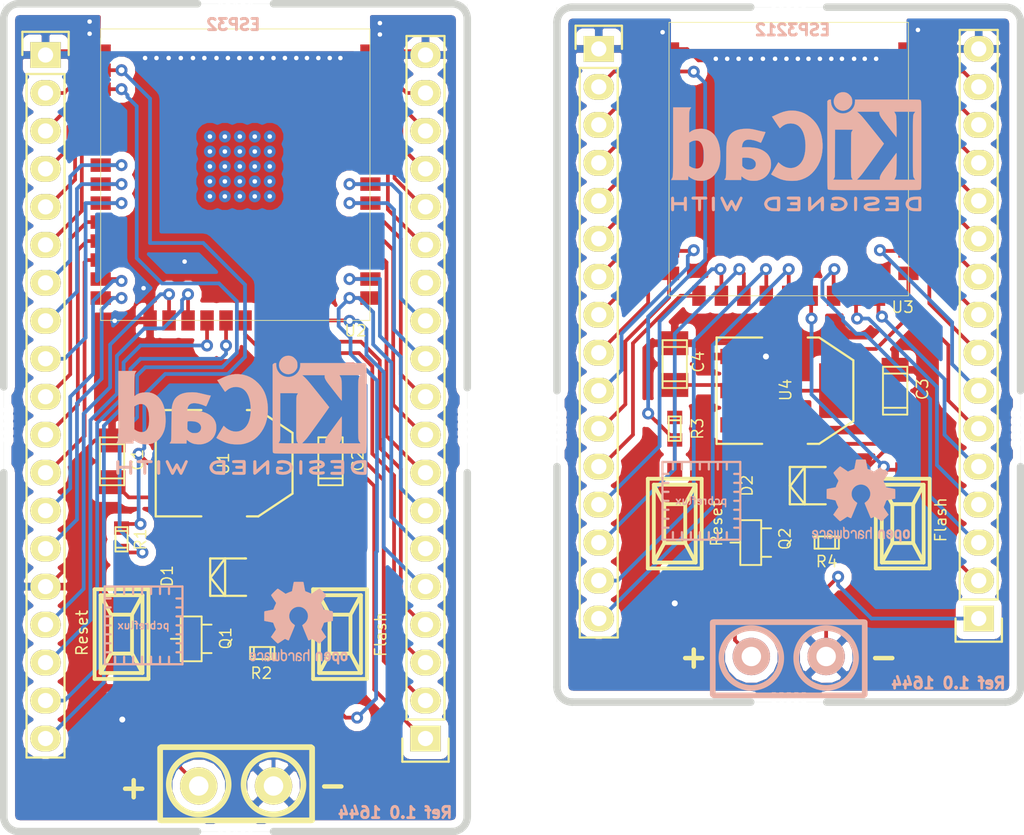
<source format=kicad_pcb>
(kicad_pcb (version 20160815) (host pcbnew no-vcs-found-undefined)
  (layers (0 F.Cu signal) (31 B.Cu signal) (34 B.Paste user) (35 F.Paste user) (36 B.SilkS user) (37 F.SilkS user) (38 B.Mask user) (39 F.Mask user) (44 Edge.Cuts user))
  (net 0 "")
  (net 1 "Net-(C1-Pad1)")
  (net 2 GND)
  (net 3 "Net-(C2-Pad1)")
  (net 4 "Net-(C3-Pad1)")
  (net 5 "Net-(C4-Pad1)")
  (net 6 "Net-(P1-Pad3)")
  (net 7 "Net-(P1-Pad4)")
  (net 8 "Net-(P1-Pad5)")
  (net 9 "Net-(P1-Pad6)")
  (net 10 "Net-(P1-Pad7)")
  (net 11 "Net-(P1-Pad8)")
  (net 12 "Net-(P1-Pad9)")
  (net 13 "Net-(P1-Pad10)")
  (net 14 "Net-(P1-Pad11)")
  (net 15 "Net-(P1-Pad12)")
  (net 16 "Net-(P1-Pad13)")
  (net 17 "Net-(P1-Pad14)")
  (net 18 "Net-(P1-Pad16)")
  (net 19 "Net-(P1-Pad17)")
  (net 20 "Net-(P1-Pad18)")
  (net 21 "Net-(P1-Pad19)")
  (net 22 "Net-(P2-Pad2)")
  (net 23 "Net-(P3-Pad18)")
  (net 24 "Net-(P3-Pad17)")
  (net 25 "Net-(P3-Pad16)")
  (net 26 "Net-(P3-Pad15)")
  (net 27 "Net-(P3-Pad14)")
  (net 28 "Net-(P3-Pad12)")
  (net 29 "Net-(P3-Pad11)")
  (net 30 "Net-(P3-Pad10)")
  (net 31 "Net-(P3-Pad9)")
  (net 32 "Net-(P3-Pad8)")
  (net 33 "Net-(P3-Pad7)")
  (net 34 "Net-(P3-Pad6)")
  (net 35 "Net-(P3-Pad5)")
  (net 36 "Net-(P3-Pad4)")
  (net 37 "Net-(P3-Pad3)")
  (net 38 "Net-(P3-Pad2)")
  (net 39 "Net-(P3-Pad1)")
  (net 40 "Net-(P4-Pad2)")
  (net 41 "Net-(P4-Pad3)")
  (net 42 "Net-(P4-Pad4)")
  (net 43 "Net-(P4-Pad5)")
  (net 44 "Net-(P4-Pad6)")
  (net 45 "Net-(P4-Pad7)")
  (net 46 "Net-(P4-Pad8)")
  (net 47 "Net-(P4-Pad9)")
  (net 48 "Net-(P4-Pad10)")
  (net 49 "Net-(P4-Pad11)")
  (net 50 "Net-(P4-Pad12)")
  (net 51 "Net-(P4-Pad13)")
  (net 52 "Net-(P4-Pad14)")
  (net 53 "Net-(P4-Pad15)")
  (net 54 "Net-(P4-Pad16)")
  (net 55 "Net-(P5-Pad2)")
  (net 56 "Net-(P6-Pad15)")
  (net 57 "Net-(P6-Pad14)")
  (net 58 "Net-(P6-Pad13)")
  (net 59 "Net-(P6-Pad12)")
  (net 60 "Net-(P6-Pad11)")
  (net 61 "Net-(P6-Pad10)")
  (net 62 "Net-(P6-Pad9)")
  (net 63 "Net-(P6-Pad8)")
  (net 64 "Net-(P6-Pad7)")
  (net 65 "Net-(P6-Pad5)")
  (net 66 "Net-(P6-Pad4)")
  (net 67 "Net-(P6-Pad3)")
  (net 68 "Net-(P6-Pad2)")
  (net 69 "Net-(D1-Pad2)")
  (net 70 "Net-(D2-Pad2)")
  (net 71 "Net-(U2-Pad39)")
  (net 72 "Net-(U2-Pad32)")
  (net 73 "Net-(P3-Pad13)")
  (module module:ESP-WROOM-32-short (layer F.Cu) (at 59.567 40.616)
    (fp_text reference U2 (at 17.0394 0.6844) (layer F.SilkS) (effects (font (size 0.75 0.75) (thickness 0.1))))
    (fp_text value ES-WROOM-32 hide)
    (pad 39 thru_hole circle (at 11.3 -12.3) (size 0.8 0.8) (drill 0.3) (layers *.Cu *.Mask) (net 71 "Net-(U2-Pad39)"))
    (pad 39 thru_hole circle (at 11.3 -11.3) (size 0.8 0.8) (drill 0.3) (layers *.Cu *.Mask) (net 71 "Net-(U2-Pad39)"))
    (pad 39 thru_hole circle (at 11.3 -10.3) (size 0.8 0.8) (drill 0.3) (layers *.Cu *.Mask) (net 71 "Net-(U2-Pad39)"))
    (pad 39 thru_hole circle (at 11.3 -9.3) (size 0.8 0.8) (drill 0.3) (layers *.Cu *.Mask) (net 71 "Net-(U2-Pad39)"))
    (pad 39 thru_hole circle (at 11.3 -8.3) (size 0.8 0.8) (drill 0.3) (layers *.Cu *.Mask) (net 71 "Net-(U2-Pad39)"))
    (pad 39 thru_hole circle (at 9.3 -12.3) (size 0.8 0.8) (drill 0.3) (layers *.Cu *.Mask) (net 71 "Net-(U2-Pad39)"))
    (pad 39 thru_hole circle (at 9.3 -11.3) (size 0.8 0.8) (drill 0.3) (layers *.Cu *.Mask) (net 71 "Net-(U2-Pad39)"))
    (pad 39 thru_hole circle (at 9.3 -10.3) (size 0.8 0.8) (drill 0.3) (layers *.Cu *.Mask) (net 71 "Net-(U2-Pad39)"))
    (pad 39 thru_hole circle (at 9.3 -9.3) (size 0.8 0.8) (drill 0.3) (layers *.Cu *.Mask) (net 71 "Net-(U2-Pad39)"))
    (pad 39 thru_hole circle (at 9.3 -8.3) (size 0.8 0.8) (drill 0.3) (layers *.Cu *.Mask) (net 71 "Net-(U2-Pad39)"))
    (pad 39 thru_hole circle (at 10.3 -8.3) (size 0.8 0.8) (drill 0.3) (layers *.Cu *.Mask) (net 71 "Net-(U2-Pad39)"))
    (pad 39 thru_hole circle (at 10.3 -9.3) (size 0.8 0.8) (drill 0.3) (layers *.Cu *.Mask) (net 71 "Net-(U2-Pad39)"))
    (pad 39 thru_hole circle (at 10.3 -10.3) (size 0.8 0.8) (drill 0.3) (layers *.Cu *.Mask) (net 71 "Net-(U2-Pad39)"))
    (pad 39 thru_hole circle (at 10.3 -11.3) (size 0.8 0.8) (drill 0.3) (layers *.Cu *.Mask) (net 71 "Net-(U2-Pad39)"))
    (pad 39 thru_hole circle (at 10.3 -12.3) (size 0.8 0.8) (drill 0.3) (layers *.Cu *.Mask) (net 71 "Net-(U2-Pad39)"))
    (pad 39 thru_hole circle (at 8.3 -12.3) (size 0.8 0.8) (drill 0.3) (layers *.Cu *.Mask) (net 71 "Net-(U2-Pad39)"))
    (pad 39 thru_hole circle (at 8.3 -11.3) (size 0.8 0.8) (drill 0.3) (layers *.Cu *.Mask) (net 71 "Net-(U2-Pad39)"))
    (pad 39 thru_hole circle (at 8.3 -10.3) (size 0.8 0.8) (drill 0.3) (layers *.Cu *.Mask) (net 71 "Net-(U2-Pad39)"))
    (pad 39 thru_hole circle (at 8.3 -9.3) (size 0.8 0.8) (drill 0.3) (layers *.Cu *.Mask) (net 71 "Net-(U2-Pad39)"))
    (pad 39 thru_hole circle (at 8.3 -8.3) (size 0.8 0.8) (drill 0.3) (layers *.Cu *.Mask) (net 71 "Net-(U2-Pad39)"))
    (pad 39 thru_hole circle (at 7.3 -8.3) (size 0.8 0.8) (drill 0.3) (layers *.Cu *.Mask) (net 71 "Net-(U2-Pad39)"))
    (pad 39 thru_hole circle (at 7.3 -9.3) (size 0.8 0.8) (drill 0.3) (layers *.Cu *.Mask) (net 71 "Net-(U2-Pad39)"))
    (pad 39 thru_hole circle (at 7.3 -10.3) (size 0.8 0.8) (drill 0.3) (layers *.Cu *.Mask) (net 71 "Net-(U2-Pad39)"))
    (pad 39 thru_hole circle (at 7.3 -11.3) (size 0.8 0.8) (drill 0.3) (layers *.Cu *.Mask) (net 71 "Net-(U2-Pad39)"))
    (pad 38 smd rect (at 18.03 -18.01) (size 1.35 0.9) (layers F.Cu F.Paste F.Mask) (net 2 GND))
    (pad 37 smd rect (at 18.03 -16.74) (size 1.35 0.9) (layers F.Cu F.Paste F.Mask) (net 23 "Net-(P3-Pad18)"))
    (pad 36 smd rect (at 18.03 -15.47) (size 1.35 0.9) (layers F.Cu F.Paste F.Mask) (net 24 "Net-(P3-Pad17)"))
    (pad 35 smd rect (at 18.03 -14.2) (size 1.35 0.9) (layers F.Cu F.Paste F.Mask) (net 25 "Net-(P3-Pad16)"))
    (pad 34 smd rect (at 18.03 -12.93) (size 1.35 0.9) (layers F.Cu F.Paste F.Mask) (net 26 "Net-(P3-Pad15)"))
    (pad 33 smd rect (at 18.03 -11.66) (size 1.35 0.9) (layers F.Cu F.Paste F.Mask) (net 27 "Net-(P3-Pad14)"))
    (pad 32 smd rect (at 18.03 -10.39) (size 1.35 0.9) (layers F.Cu F.Paste F.Mask) (net 72 "Net-(U2-Pad32)"))
    (pad 31 smd rect (at 18.03 -9.12) (size 1.35 0.9) (layers F.Cu F.Paste F.Mask) (net 28 "Net-(P3-Pad12)"))
    (pad 30 smd rect (at 18.03 -7.85) (size 1.35 0.9) (layers F.Cu F.Paste F.Mask) (net 29 "Net-(P3-Pad11)"))
    (pad 29 smd rect (at 18.03 -6.58) (size 1.35 0.9) (layers F.Cu F.Paste F.Mask) (net 30 "Net-(P3-Pad10)"))
    (pad 28 smd rect (at 18.03 -5.31) (size 1.35 0.9) (layers F.Cu F.Paste F.Mask) (net 31 "Net-(P3-Pad9)"))
    (pad 27 smd rect (at 18.03 -4.04) (size 1.35 0.9) (layers F.Cu F.Paste F.Mask) (net 32 "Net-(P3-Pad8)"))
    (pad 26 smd rect (at 18.03 -2.77) (size 1.35 0.9) (layers F.Cu F.Paste F.Mask) (net 33 "Net-(P3-Pad7)"))
    (pad 25 smd rect (at 18.03 -1.5) (size 1.35 0.9) (layers F.Cu F.Paste F.Mask) (net 34 "Net-(P3-Pad6)"))
    (pad 24 smd rect (at 14.73 0) (size 0.9 1.35) (layers F.Cu F.Paste F.Mask) (net 35 "Net-(P3-Pad5)"))
    (pad 23 smd rect (at 13.46 0) (size 0.9 1.35) (layers F.Cu F.Paste F.Mask) (net 36 "Net-(P3-Pad4)"))
    (pad 22 smd rect (at 12.19 0) (size 0.9 1.35) (layers F.Cu F.Paste F.Mask) (net 37 "Net-(P3-Pad3)"))
    (pad 21 smd rect (at 10.92 0) (size 0.9 1.35) (layers F.Cu F.Paste F.Mask) (net 38 "Net-(P3-Pad2)"))
    (pad 20 smd rect (at 9.65 0) (size 0.9 1.35) (layers F.Cu F.Paste F.Mask) (net 39 "Net-(P3-Pad1)"))
    (pad 19 smd rect (at 8.38 0) (size 0.9 1.35) (layers F.Cu F.Paste F.Mask) (net 21 "Net-(P1-Pad19)"))
    (pad 18 smd rect (at 7.11 0) (size 0.9 1.35) (layers F.Cu F.Paste F.Mask) (net 20 "Net-(P1-Pad18)"))
    (pad 17 smd rect (at 5.84 0) (size 0.9 1.35) (layers F.Cu F.Paste F.Mask) (net 19 "Net-(P1-Pad17)"))
    (pad 16 smd rect (at 4.57 0) (size 0.9 1.35) (layers F.Cu F.Paste F.Mask) (net 18 "Net-(P1-Pad16)"))
    (pad 15 smd rect (at 3.3 0) (size 0.9 1.35) (layers F.Cu F.Paste F.Mask) (net 2 GND))
    (pad 14 smd rect (at 0 -1.5) (size 1.35 0.9) (layers F.Cu F.Paste F.Mask) (net 17 "Net-(P1-Pad14)"))
    (pad 13 smd rect (at 0 -2.77) (size 1.35 0.9) (layers F.Cu F.Paste F.Mask) (net 16 "Net-(P1-Pad13)"))
    (pad 12 smd rect (at 0 -4.04) (size 1.35 0.9) (layers F.Cu F.Paste F.Mask) (net 15 "Net-(P1-Pad12)"))
    (pad 11 smd rect (at 0 -5.31) (size 1.35 0.9) (layers F.Cu F.Paste F.Mask) (net 14 "Net-(P1-Pad11)"))
    (pad 10 smd rect (at 0 -6.58) (size 1.35 0.9) (layers F.Cu F.Paste F.Mask) (net 13 "Net-(P1-Pad10)"))
    (pad 9 smd rect (at 0 -7.85) (size 1.35 0.9) (layers F.Cu F.Paste F.Mask) (net 12 "Net-(P1-Pad9)"))
    (pad 8 smd rect (at 0 -9.12) (size 1.35 0.9) (layers F.Cu F.Paste F.Mask) (net 11 "Net-(P1-Pad8)"))
    (pad 7 smd rect (at 0 -10.39) (size 1.35 0.9) (layers F.Cu F.Paste F.Mask) (net 10 "Net-(P1-Pad7)"))
    (pad 6 smd rect (at 0 -11.66) (size 1.35 0.9) (layers F.Cu F.Paste F.Mask) (net 9 "Net-(P1-Pad6)"))
    (pad 5 smd rect (at 0 -12.93) (size 1.35 0.9) (layers F.Cu F.Paste F.Mask) (net 8 "Net-(P1-Pad5)"))
    (pad 4 smd rect (at 0 -14.2) (size 1.35 0.9) (layers F.Cu F.Paste F.Mask) (net 7 "Net-(P1-Pad4)"))
    (pad 3 smd rect (at 0 -15.47) (size 1.35 0.9) (layers F.Cu F.Paste F.Mask) (net 6 "Net-(P1-Pad3)"))
    (pad 2 smd rect (at 0 -16.74) (size 1.35 0.9) (layers F.Cu F.Paste F.Mask) (net 3 "Net-(C2-Pad1)"))
    (pad 1 smd rect (at 0 -18.01) (size 1.35 0.9) (layers F.Cu F.Paste F.Mask) (net 2 GND))
    (pad 39 smd rect (at 9.3 -10.3) (size 6 6) (layers F.Cu F.Paste F.Mask) (net 71 "Net-(U2-Pad39)"))
    (pad 39 thru_hole circle (at 7.3 -12.3) (size 0.8 0.8) (drill 0.3) (layers *.Cu *.Mask) (net 71 "Net-(U2-Pad39)"))
  )
  (module module:ESP3212-short (layer F.Cu) (at 97.5614 38.9636)
    (fp_text reference U3 (at 15.621 0.762) (layer F.SilkS) (effects (font (size 0.75 0.75) (thickness 0.1))))
    (fp_text value ESP3212 hide)
    (pad 21 smd rect (at 16 -1.5) (size 1.35 0.9) (layers F.Cu F.Paste F.Mask) (net 5 "Net-(C4-Pad1)"))
    (pad 22 smd rect (at 16 -3) (size 1.35 0.9) (layers F.Cu F.Paste F.Mask) (net 64 "Net-(P6-Pad7)"))
    (pad 23 smd rect (at 16 -4.5) (size 1.35 0.9) (layers F.Cu F.Paste F.Mask) (net 63 "Net-(P6-Pad8)"))
    (pad 24 smd rect (at 16 -6) (size 1.35 0.9) (layers F.Cu F.Paste F.Mask) (net 62 "Net-(P6-Pad9)"))
    (pad 25 smd rect (at 16 -7.5) (size 1.35 0.9) (layers F.Cu F.Paste F.Mask) (net 61 "Net-(P6-Pad10)"))
    (pad 26 smd rect (at 16 -9) (size 1.35 0.9) (layers F.Cu F.Paste F.Mask) (net 60 "Net-(P6-Pad11)"))
    (pad 27 smd rect (at 16 -10.5) (size 1.35 0.9) (layers F.Cu F.Paste F.Mask) (net 59 "Net-(P6-Pad12)"))
    (pad 28 smd rect (at 16 -12) (size 1.35 0.9) (layers F.Cu F.Paste F.Mask) (net 58 "Net-(P6-Pad13)"))
    (pad 29 smd rect (at 16 -13.5) (size 1.35 0.9) (layers F.Cu F.Paste F.Mask) (net 57 "Net-(P6-Pad14)"))
    (pad 30 smd rect (at 16 -15) (size 1.35 0.9) (layers F.Cu F.Paste F.Mask) (net 56 "Net-(P6-Pad15)"))
    (pad 31 smd rect (at 16 -16.5) (size 1.35 0.9) (layers F.Cu F.Paste F.Mask) (net 2 GND))
    (pad 1 smd rect (at 0 -16.5) (size 1.35 0.9) (layers F.Cu F.Paste F.Mask) (net 2 GND))
    (pad 2 smd rect (at 0 -15) (size 1.35 0.9) (layers F.Cu F.Paste F.Mask) (net 40 "Net-(P4-Pad2)"))
    (pad 3 smd rect (at 0 -13.5) (size 1.35 0.9) (layers F.Cu F.Paste F.Mask) (net 41 "Net-(P4-Pad3)"))
    (pad 4 smd rect (at 0 -12) (size 1.35 0.9) (layers F.Cu F.Paste F.Mask) (net 42 "Net-(P4-Pad4)"))
    (pad 5 smd rect (at 0 -10.5) (size 1.35 0.9) (layers F.Cu F.Paste F.Mask) (net 43 "Net-(P4-Pad5)"))
    (pad 6 smd rect (at 0 -9) (size 1.35 0.9) (layers F.Cu F.Paste F.Mask) (net 44 "Net-(P4-Pad6)"))
    (pad 7 smd rect (at 0 -7.5) (size 1.35 0.9) (layers F.Cu F.Paste F.Mask) (net 45 "Net-(P4-Pad7)"))
    (pad 8 smd rect (at 0 -6) (size 1.35 0.9) (layers F.Cu F.Paste F.Mask) (net 46 "Net-(P4-Pad8)"))
    (pad 9 smd rect (at 0 -4.5) (size 1.35 0.9) (layers F.Cu F.Paste F.Mask) (net 47 "Net-(P4-Pad9)"))
    (pad 10 smd rect (at 0 -3) (size 1.35 0.9) (layers F.Cu F.Paste F.Mask) (net 48 "Net-(P4-Pad10)"))
    (pad 11 smd rect (at 0 -1.5) (size 1.35 0.9) (layers F.Cu F.Paste F.Mask) (net 49 "Net-(P4-Pad11)"))
    (pad 20 smd rect (at 14 0) (size 0.9 1.35) (layers F.Cu F.Paste F.Mask) (net 65 "Net-(P6-Pad5)"))
    (pad 19 smd rect (at 12.5 0) (size 0.9 1.35) (layers F.Cu F.Paste F.Mask) (net 66 "Net-(P6-Pad4)"))
    (pad 18 smd rect (at 11 0) (size 0.9 1.35) (layers F.Cu F.Paste F.Mask) (net 67 "Net-(P6-Pad3)"))
    (pad 17 smd rect (at 9.5 0) (size 0.9 1.35) (layers F.Cu F.Paste F.Mask) (net 68 "Net-(P6-Pad2)"))
    (pad 16 smd rect (at 8 0) (size 0.9 1.35) (layers F.Cu F.Paste F.Mask) (net 54 "Net-(P4-Pad16)"))
    (pad 15 smd rect (at 6.5 0) (size 0.9 1.35) (layers F.Cu F.Paste F.Mask) (net 53 "Net-(P4-Pad15)"))
    (pad 14 smd rect (at 5 0) (size 0.9 1.35) (layers F.Cu F.Paste F.Mask) (net 52 "Net-(P4-Pad14)"))
    (pad 13 smd rect (at 3.5 0) (size 0.9 1.35) (layers F.Cu F.Paste F.Mask) (net 51 "Net-(P4-Pad13)"))
    (pad 12 smd rect (at 2 0) (size 0.9 1.35) (layers F.Cu F.Paste F.Mask) (net 50 "Net-(P4-Pad12)"))
  )
  (module module:mkds_1,5-2 (layer F.Cu) (at 68.62 71.755 180)
    (fp_text reference P2 hide)
    (fp_text value CONN_01X02 hide)
    (pad 1 thru_hole circle (at -2.5 0 180) (size 2.5 2.5) (drill 1.3) (layers *.Cu *.Mask F.SilkS) (net 2 GND))
    (pad 2 thru_hole circle (at 2.5 0 180) (size 2.5 2.5) (drill 1.3) (layers *.Cu *.Mask F.SilkS) (net 22 "Net-(P2-Pad2)"))
  )
  (module module:mkds_1,5-2 (layer B.Cu) (at 105.5624 63.0936 180)
    (fp_text reference P5 hide)
    (fp_text value CONN_01X02 hide)
    (pad 1 thru_hole circle (at -2.5 0 180) (size 2.5 2.5) (drill 1.3) (layers *.Cu *.Mask B.SilkS) (net 2 GND))
    (pad 2 thru_hole circle (at 2.5 0 180) (size 2.5 2.5) (drill 1.3) (layers *.Cu *.Mask B.SilkS) (net 55 "Net-(P5-Pad2)"))
  )
  (module Symbols:KiCad-Logo2_8mm_SilkScreen (layer B.Cu) (at 68.9864 46.9392 180)
    (fp_text reference REF*** hide)
    (fp_text value KiCad-Logo2_8mm_SilkScreen hide)
  )
  (module Symbols:OSHW-Logo2_7.3x6mm_SilkScreen (layer B.Cu) (at 72.7964 60.8584 180)
    (fp_text reference REF*** hide)
    (fp_text value OSHW-Logo2_7.3x6mm_SilkScreen hide)
  )
  (module module:pcbreflux_logo (layer B.Cu) (at 62.4332 61.0108)
    (fp_text reference REF** hide)
    (fp_text value pcbreflux_logo hide)
    (fp_text user pcbreflux (at 0 0) (layer B.SilkS) (effects (font (size 0.5 0.5) (thickness 0.1)) (justify mirror)))
  )
  (module module:Via-0.6mm (layer F.Cu) (at 114.1984 21.1836)
    (fp_text reference REF** hide)
    (fp_text value Via-0.6mm hide)
    (pad 1 thru_hole circle (at 0 0) (size 0.6 0.6) (drill 0.3) (layers *.Cu) (net 2 GND))
  )
  (module module:Via-0.6mm (layer F.Cu) (at 97.1296 21.336)
    (fp_text reference REF** hide)
    (fp_text value Via-0.6mm hide)
    (pad 1 thru_hole circle (at 0 0) (size 0.6 0.6) (drill 0.3) (layers *.Cu) (net 2 GND))
  )
  (module module:Via-0.6mm (layer F.Cu) (at 111.4044 23.114)
    (fp_text reference REF** hide)
    (fp_text value Via-0.6mm hide)
    (pad 1 thru_hole circle (at 0 0) (size 0.6 0.6) (drill 0.3) (layers *.Cu) (net 2 GND))
  )
  (module module:Via-0.6mm (layer F.Cu) (at 110.6424 23.114)
    (fp_text reference REF** hide)
    (fp_text value Via-0.6mm hide)
    (pad 1 thru_hole circle (at 0 0) (size 0.6 0.6) (drill 0.3) (layers *.Cu) (net 2 GND))
  )
  (module module:Via-0.6mm (layer F.Cu) (at 109.9312 23.114)
    (fp_text reference REF** hide)
    (fp_text value Via-0.6mm hide)
    (pad 1 thru_hole circle (at 0 0) (size 0.6 0.6) (drill 0.3) (layers *.Cu) (net 2 GND))
  )
  (module module:Via-0.6mm (layer F.Cu) (at 109.1184 23.114)
    (fp_text reference REF** hide)
    (fp_text value Via-0.6mm hide)
    (pad 1 thru_hole circle (at 0 0) (size 0.6 0.6) (drill 0.3) (layers *.Cu) (net 2 GND))
  )
  (module module:Via-0.6mm (layer F.Cu) (at 108.4072 23.114)
    (fp_text reference REF** hide)
    (fp_text value Via-0.6mm hide)
    (pad 1 thru_hole circle (at 0 0) (size 0.6 0.6) (drill 0.3) (layers *.Cu) (net 2 GND))
  )
  (module module:Via-0.6mm (layer F.Cu) (at 107.6452 23.114)
    (fp_text reference REF** hide)
    (fp_text value Via-0.6mm hide)
    (pad 1 thru_hole circle (at 0 0) (size 0.6 0.6) (drill 0.3) (layers *.Cu) (net 2 GND))
  )
  (module module:Via-0.6mm (layer F.Cu) (at 106.8832 23.114)
    (fp_text reference REF** hide)
    (fp_text value Via-0.6mm hide)
    (pad 1 thru_hole circle (at 0 0) (size 0.6 0.6) (drill 0.3) (layers *.Cu) (net 2 GND))
  )
  (module module:Via-0.6mm (layer F.Cu) (at 106.172 23.114)
    (fp_text reference REF** hide)
    (fp_text value Via-0.6mm hide)
    (pad 1 thru_hole circle (at 0 0) (size 0.6 0.6) (drill 0.3) (layers *.Cu) (net 2 GND))
  )
  (module module:Via-0.6mm (layer F.Cu) (at 105.41 23.114)
    (fp_text reference REF** hide)
    (fp_text value Via-0.6mm hide)
    (pad 1 thru_hole circle (at 0 0) (size 0.6 0.6) (drill 0.3) (layers *.Cu) (net 2 GND))
  )
  (module module:Via-0.6mm (layer F.Cu) (at 104.648 23.114)
    (fp_text reference REF** hide)
    (fp_text value Via-0.6mm hide)
    (pad 1 thru_hole circle (at 0 0) (size 0.6 0.6) (drill 0.3) (layers *.Cu) (net 2 GND))
  )
  (module module:Via-0.6mm (layer F.Cu) (at 103.8352 23.114)
    (fp_text reference REF** hide)
    (fp_text value Via-0.6mm hide)
    (pad 1 thru_hole circle (at 0 0) (size 0.6 0.6) (drill 0.3) (layers *.Cu) (net 2 GND))
  )
  (module module:Via-0.6mm (layer F.Cu) (at 103.0224 23.114)
    (fp_text reference REF** hide)
    (fp_text value Via-0.6mm hide)
    (pad 1 thru_hole circle (at 0 0) (size 0.6 0.6) (drill 0.3) (layers *.Cu) (net 2 GND))
  )
  (module module:Via-0.6mm (layer F.Cu) (at 102.2096 23.114)
    (fp_text reference REF** hide)
    (fp_text value Via-0.6mm hide)
    (pad 1 thru_hole circle (at 0 0) (size 0.6 0.6) (drill 0.3) (layers *.Cu) (net 2 GND))
  )
  (module module:Via-0.6mm (layer F.Cu) (at 101.4476 23.114)
    (fp_text reference REF** hide)
    (fp_text value Via-0.6mm hide)
    (pad 1 thru_hole circle (at 0 0) (size 0.6 0.6) (drill 0.3) (layers *.Cu) (net 2 GND))
  )
  (module module:Via-0.6mm (layer F.Cu) (at 100.6856 23.114)
    (fp_text reference REF** hide)
    (fp_text value Via-0.6mm hide)
    (pad 1 thru_hole circle (at 0 0) (size 0.6 0.6) (drill 0.3) (layers *.Cu) (net 2 GND))
  )
  (module module:Via-0.6mm (layer F.Cu) (at 78.232 21.4884)
    (fp_text reference REF** hide)
    (fp_text value Via-0.6mm hide)
    (pad 1 thru_hole circle (at 0 0) (size 0.6 0.6) (drill 0.3) (layers *.Cu) (net 2 GND))
  )
  (module module:Via-0.6mm (layer F.Cu) (at 78.232 20.7264)
    (fp_text reference REF** hide)
    (fp_text value Via-0.6mm hide)
    (pad 1 thru_hole circle (at 0 0) (size 0.6 0.6) (drill 0.3) (layers *.Cu) (net 2 GND))
  )
  (module module:Via-0.6mm (layer F.Cu) (at 58.8264 20.6248)
    (fp_text reference REF** hide)
    (fp_text value Via-0.6mm hide)
    (pad 1 thru_hole circle (at 0 0) (size 0.6 0.6) (drill 0.3) (layers *.Cu) (net 2 GND))
  )
  (module module:Via-0.6mm (layer F.Cu) (at 58.8264 21.4376)
    (fp_text reference REF** hide)
    (fp_text value Via-0.6mm hide)
    (pad 1 thru_hole circle (at 0 0) (size 0.6 0.6) (drill 0.3) (layers *.Cu) (net 2 GND))
  )
  (module module:Via-0.6mm (layer F.Cu) (at 75.5904 23.0632)
    (fp_text reference REF** hide)
    (fp_text value Via-0.6mm hide)
    (pad 1 thru_hole circle (at 0 0) (size 0.6 0.6) (drill 0.3) (layers *.Cu) (net 2 GND))
  )
  (module module:Via-0.6mm (layer F.Cu) (at 74.8792 23.0632)
    (fp_text reference REF** hide)
    (fp_text value Via-0.6mm hide)
    (pad 1 thru_hole circle (at 0 0) (size 0.6 0.6) (drill 0.3) (layers *.Cu) (net 2 GND))
  )
  (module module:Via-0.6mm (layer F.Cu) (at 74.1172 23.0632)
    (fp_text reference REF** hide)
    (fp_text value Via-0.6mm hide)
    (pad 1 thru_hole circle (at 0 0) (size 0.6 0.6) (drill 0.3) (layers *.Cu) (net 2 GND))
  )
  (module module:Via-0.6mm (layer F.Cu) (at 73.3552 23.0632)
    (fp_text reference REF** hide)
    (fp_text value Via-0.6mm hide)
    (pad 1 thru_hole circle (at 0 0) (size 0.6 0.6) (drill 0.3) (layers *.Cu) (net 2 GND))
  )
  (module module:Via-0.6mm (layer F.Cu) (at 72.644 23.0632)
    (fp_text reference REF** hide)
    (fp_text value Via-0.6mm hide)
    (pad 1 thru_hole circle (at 0 0) (size 0.6 0.6) (drill 0.3) (layers *.Cu) (net 2 GND))
  )
  (module module:Via-0.6mm (layer F.Cu) (at 71.882 23.0632)
    (fp_text reference REF** hide)
    (fp_text value Via-0.6mm hide)
    (pad 1 thru_hole circle (at 0 0) (size 0.6 0.6) (drill 0.3) (layers *.Cu) (net 2 GND))
  )
  (module module:Via-0.6mm (layer F.Cu) (at 71.12 23.0632)
    (fp_text reference REF** hide)
    (fp_text value Via-0.6mm hide)
    (pad 1 thru_hole circle (at 0 0) (size 0.6 0.6) (drill 0.3) (layers *.Cu) (net 2 GND))
  )
  (module module:Via-0.6mm (layer F.Cu) (at 70.358 23.0632)
    (fp_text reference REF** hide)
    (fp_text value Via-0.6mm hide)
    (pad 1 thru_hole circle (at 0 0) (size 0.6 0.6) (drill 0.3) (layers *.Cu) (net 2 GND))
  )
  (module module:Via-0.6mm (layer F.Cu) (at 69.596 23.0632)
    (fp_text reference REF** hide)
    (fp_text value Via-0.6mm hide)
    (pad 1 thru_hole circle (at 0 0) (size 0.6 0.6) (drill 0.3) (layers *.Cu) (net 2 GND))
  )
  (module module:Via-0.6mm (layer F.Cu) (at 68.834 23.0632)
    (fp_text reference REF** hide)
    (fp_text value Via-0.6mm hide)
    (pad 1 thru_hole circle (at 0 0) (size 0.6 0.6) (drill 0.3) (layers *.Cu) (net 2 GND))
  )
  (module module:Via-0.6mm (layer F.Cu) (at 68.072 23.0632)
    (fp_text reference REF** hide)
    (fp_text value Via-0.6mm hide)
    (pad 1 thru_hole circle (at 0 0) (size 0.6 0.6) (drill 0.3) (layers *.Cu) (net 2 GND))
  )
  (module module:Via-0.6mm (layer F.Cu) (at 67.31 23.0632)
    (fp_text reference REF** hide)
    (fp_text value Via-0.6mm hide)
    (pad 1 thru_hole circle (at 0 0) (size 0.6 0.6) (drill 0.3) (layers *.Cu) (net 2 GND))
  )
  (module module:Via-0.6mm (layer F.Cu) (at 66.4972 23.0632)
    (fp_text reference REF** hide)
    (fp_text value Via-0.6mm hide)
    (pad 1 thru_hole circle (at 0 0) (size 0.6 0.6) (drill 0.3) (layers *.Cu) (net 2 GND))
  )
  (module module:Via-0.6mm (layer F.Cu) (at 65.7352 23.0632)
    (fp_text reference REF** hide)
    (fp_text value Via-0.6mm hide)
    (pad 1 thru_hole circle (at 0 0) (size 0.6 0.6) (drill 0.3) (layers *.Cu) (net 2 GND))
  )
  (module module:Via-0.6mm (layer F.Cu) (at 64.9224 23.0632)
    (fp_text reference REF** hide)
    (fp_text value Via-0.6mm hide)
    (pad 1 thru_hole circle (at 0 0) (size 0.6 0.6) (drill 0.3) (layers *.Cu) (net 2 GND))
  )
  (module module:Via-0.6mm (layer F.Cu) (at 64.1096 23.0632)
    (fp_text reference REF** hide)
    (fp_text value Via-0.6mm hide)
    (pad 1 thru_hole circle (at 0 0) (size 0.6 0.6) (drill 0.3) (layers *.Cu) (net 2 GND))
  )
  (module module:Via-0.6mm (layer F.Cu) (at 63.2968 23.0632)
    (fp_text reference REF** hide)
    (fp_text value Via-0.6mm hide)
    (pad 1 thru_hole circle (at 0 0) (size 0.6 0.6) (drill 0.3) (layers *.Cu) (net 2 GND))
  )
  (module module:Via-0.6mm (layer F.Cu) (at 62.5348 23.0632)
    (fp_text reference REF** hide)
    (fp_text value Via-0.6mm hide)
    (pad 1 thru_hole circle (at 0 0) (size 0.6 0.6) (drill 0.3) (layers *.Cu) (net 2 GND))
  )
  (module module:Via-0.6mm (layer F.Cu) (at 60.5028 40.64)
    (fp_text reference REF** hide)
    (fp_text value Via-0.6mm hide)
    (pad 1 thru_hole circle (at 0 0) (size 0.6 0.6) (drill 0.3) (layers *.Cu) (net 2 GND))
  )
  (module module:Via-0.6mm (layer F.Cu) (at 62.4332 38.4556)
    (fp_text reference REF** hide)
    (fp_text value Via-0.6mm hide)
    (pad 1 thru_hole circle (at 0 0) (size 0.6 0.6) (drill 0.3) (layers *.Cu) (net 2 GND))
  )
  (module module:Via-0.6mm (layer F.Cu) (at 65.1764 36.6776)
    (fp_text reference REF** hide)
    (fp_text value Via-0.6mm hide)
    (pad 1 thru_hole circle (at 0 0) (size 0.6 0.6) (drill 0.3) (layers *.Cu) (net 2 GND))
  )
  (module module:micro_bite (layer F.Cu) (at 84.074 47.6504 90)
    (fp_text reference REF** hide)
    (fp_text value micro_bite hide)
    (pad "" np_thru_hole circle (at 0 0 90) (size 0.3 0.3) (drill 0.3) (layers *.Cu))
    (pad "" np_thru_hole circle (at -0.5 0 90) (size 0.3 0.3) (drill 0.3) (layers *.Cu))
    (pad "" np_thru_hole circle (at -1 0 90) (size 0.3 0.3) (drill 0.3) (layers *.Cu))
    (pad "" np_thru_hole circle (at 0.5 0 90) (size 0.3 0.3) (drill 0.3) (layers *.Cu))
    (pad "" np_thru_hole circle (at 1 0 90) (size 0.3 0.3) (drill 0.3) (layers *.Cu))
  )
  (module module:micro_bite (layer F.Cu) (at 53.086 47.5996 90)
    (fp_text reference REF** hide)
    (fp_text value micro_bite hide)
    (pad "" np_thru_hole circle (at 1 0 90) (size 0.3 0.3) (drill 0.3) (layers *.Cu))
    (pad "" np_thru_hole circle (at 0.5 0 90) (size 0.3 0.3) (drill 0.3) (layers *.Cu))
    (pad "" np_thru_hole circle (at -1 0 90) (size 0.3 0.3) (drill 0.3) (layers *.Cu))
    (pad "" np_thru_hole circle (at -0.5 0 90) (size 0.3 0.3) (drill 0.3) (layers *.Cu))
    (pad "" np_thru_hole circle (at 0 0 90) (size 0.3 0.3) (drill 0.3) (layers *.Cu))
  )
  (module module:micro_bite (layer F.Cu) (at 68.588 74.803)
    (fp_text reference REF** hide)
    (fp_text value micro_bite hide)
    (pad "" np_thru_hole circle (at 1 0) (size 0.3 0.3) (drill 0.3) (layers *.Cu))
    (pad "" np_thru_hole circle (at 0.5 0) (size 0.3 0.3) (drill 0.3) (layers *.Cu))
    (pad "" np_thru_hole circle (at -1 0) (size 0.3 0.3) (drill 0.3) (layers *.Cu))
    (pad "" np_thru_hole circle (at -0.5 0) (size 0.3 0.3) (drill 0.3) (layers *.Cu))
    (pad "" np_thru_hole circle (at 0 0) (size 0.3 0.3) (drill 0.3) (layers *.Cu))
  )
  (module module:micro_bite (layer F.Cu) (at 68.58 19.431)
    (fp_text reference REF** hide)
    (fp_text value micro_bite hide)
    (pad "" np_thru_hole circle (at 1 0) (size 0.3 0.3) (drill 0.3) (layers *.Cu))
    (pad "" np_thru_hole circle (at 0.5 0) (size 0.3 0.3) (drill 0.3) (layers *.Cu))
    (pad "" np_thru_hole circle (at -1 0) (size 0.3 0.3) (drill 0.3) (layers *.Cu))
    (pad "" np_thru_hole circle (at -0.5 0) (size 0.3 0.3) (drill 0.3) (layers *.Cu))
    (pad "" np_thru_hole circle (at 0 0) (size 0.3 0.3) (drill 0.3) (layers *.Cu))
  )
  (module module:micro_bite (layer F.Cu) (at 105.5704 66.1416)
    (fp_text reference REF** hide)
    (fp_text value micro_bite hide)
    (pad "" np_thru_hole circle (at 0 0) (size 0.3 0.3) (drill 0.3) (layers *.Cu))
    (pad "" np_thru_hole circle (at -0.5 0) (size 0.3 0.3) (drill 0.3) (layers *.Cu))
    (pad "" np_thru_hole circle (at -1 0) (size 0.3 0.3) (drill 0.3) (layers *.Cu))
    (pad "" np_thru_hole circle (at 0.5 0) (size 0.3 0.3) (drill 0.3) (layers *.Cu))
    (pad "" np_thru_hole circle (at 1 0) (size 0.3 0.3) (drill 0.3) (layers *.Cu))
  )
  (module module:micro_bite (layer F.Cu) (at 105.5624 19.6596)
    (fp_text reference REF** hide)
    (fp_text value micro_bite hide)
    (pad "" np_thru_hole circle (at 0 0) (size 0.3 0.3) (drill 0.3) (layers *.Cu))
    (pad "" np_thru_hole circle (at -0.5 0) (size 0.3 0.3) (drill 0.3) (layers *.Cu))
    (pad "" np_thru_hole circle (at -1 0) (size 0.3 0.3) (drill 0.3) (layers *.Cu))
    (pad "" np_thru_hole circle (at 0.5 0) (size 0.3 0.3) (drill 0.3) (layers *.Cu))
    (pad "" np_thru_hole circle (at 1 0) (size 0.3 0.3) (drill 0.3) (layers *.Cu))
  )
  (module module:micro_bite (layer F.Cu) (at 121.0564 47.8536 90)
    (fp_text reference REF** hide)
    (fp_text value micro_bite hide)
    (pad "" np_thru_hole circle (at 0 0 90) (size 0.3 0.3) (drill 0.3) (layers *.Cu))
    (pad "" np_thru_hole circle (at -0.5 0 90) (size 0.3 0.3) (drill 0.3) (layers *.Cu))
    (pad "" np_thru_hole circle (at -1 0 90) (size 0.3 0.3) (drill 0.3) (layers *.Cu))
    (pad "" np_thru_hole circle (at 0.5 0 90) (size 0.3 0.3) (drill 0.3) (layers *.Cu))
    (pad "" np_thru_hole circle (at 1 0 90) (size 0.3 0.3) (drill 0.3) (layers *.Cu))
  )
  (module module:micro_bite (layer F.Cu) (at 90.0684 47.8536 90)
    (fp_text reference REF** hide)
    (fp_text value micro_bite hide)
    (pad "" np_thru_hole circle (at 0 0 90) (size 0.3 0.3) (drill 0.3) (layers *.Cu))
    (pad "" np_thru_hole circle (at -0.5 0 90) (size 0.3 0.3) (drill 0.3) (layers *.Cu))
    (pad "" np_thru_hole circle (at -1 0 90) (size 0.3 0.3) (drill 0.3) (layers *.Cu))
    (pad "" np_thru_hole circle (at 0.5 0 90) (size 0.3 0.3) (drill 0.3) (layers *.Cu))
    (pad "" np_thru_hole circle (at 1 0 90) (size 0.3 0.3) (drill 0.3) (layers *.Cu))
  )
  (module Pin_Headers:Pin_Header_Straight_1x19 (layer F.Cu) (at 55.88 22.86)
    (fp_text reference P1 hide)
    (fp_text value CONN_01X19 hide)
    (pad 1 thru_hole rect (at 0 0) (size 2.032 1.7272) (drill 1.016) (layers *.Cu *.Mask F.SilkS) (net 2 GND))
    (pad 2 thru_hole oval (at 0 2.54) (size 2.032 1.7272) (drill 1.016) (layers *.Cu *.Mask F.SilkS) (net 3 "Net-(C2-Pad1)"))
    (pad 3 thru_hole oval (at 0 5.08) (size 2.032 1.7272) (drill 1.016) (layers *.Cu *.Mask F.SilkS) (net 6 "Net-(P1-Pad3)"))
    (pad 4 thru_hole oval (at 0 7.62) (size 2.032 1.7272) (drill 1.016) (layers *.Cu *.Mask F.SilkS) (net 7 "Net-(P1-Pad4)"))
    (pad 5 thru_hole oval (at 0 10.16) (size 2.032 1.7272) (drill 1.016) (layers *.Cu *.Mask F.SilkS) (net 8 "Net-(P1-Pad5)"))
    (pad 6 thru_hole oval (at 0 12.7) (size 2.032 1.7272) (drill 1.016) (layers *.Cu *.Mask F.SilkS) (net 9 "Net-(P1-Pad6)"))
    (pad 7 thru_hole oval (at 0 15.24) (size 2.032 1.7272) (drill 1.016) (layers *.Cu *.Mask F.SilkS) (net 10 "Net-(P1-Pad7)"))
    (pad 8 thru_hole oval (at 0 17.78) (size 2.032 1.7272) (drill 1.016) (layers *.Cu *.Mask F.SilkS) (net 11 "Net-(P1-Pad8)"))
    (pad 9 thru_hole oval (at 0 20.32) (size 2.032 1.7272) (drill 1.016) (layers *.Cu *.Mask F.SilkS) (net 12 "Net-(P1-Pad9)"))
    (pad 10 thru_hole oval (at 0 22.86) (size 2.032 1.7272) (drill 1.016) (layers *.Cu *.Mask F.SilkS) (net 13 "Net-(P1-Pad10)"))
    (pad 11 thru_hole oval (at 0 25.4) (size 2.032 1.7272) (drill 1.016) (layers *.Cu *.Mask F.SilkS) (net 14 "Net-(P1-Pad11)"))
    (pad 12 thru_hole oval (at 0 27.94) (size 2.032 1.7272) (drill 1.016) (layers *.Cu *.Mask F.SilkS) (net 15 "Net-(P1-Pad12)"))
    (pad 13 thru_hole oval (at 0 30.48) (size 2.032 1.7272) (drill 1.016) (layers *.Cu *.Mask F.SilkS) (net 16 "Net-(P1-Pad13)"))
    (pad 14 thru_hole oval (at 0 33.02) (size 2.032 1.7272) (drill 1.016) (layers *.Cu *.Mask F.SilkS) (net 17 "Net-(P1-Pad14)"))
    (pad 15 thru_hole oval (at 0 35.56) (size 2.032 1.7272) (drill 1.016) (layers *.Cu *.Mask F.SilkS) (net 2 GND))
    (pad 16 thru_hole oval (at 0 38.1) (size 2.032 1.7272) (drill 1.016) (layers *.Cu *.Mask F.SilkS) (net 18 "Net-(P1-Pad16)"))
    (pad 17 thru_hole oval (at 0 40.64) (size 2.032 1.7272) (drill 1.016) (layers *.Cu *.Mask F.SilkS) (net 19 "Net-(P1-Pad17)"))
    (pad 18 thru_hole oval (at 0 43.18) (size 2.032 1.7272) (drill 1.016) (layers *.Cu *.Mask F.SilkS) (net 20 "Net-(P1-Pad18)"))
    (pad 19 thru_hole oval (at 0 45.72) (size 2.032 1.7272) (drill 1.016) (layers *.Cu *.Mask F.SilkS) (net 21 "Net-(P1-Pad19)"))
  )
  (module Pin_Headers:Pin_Header_Straight_1x19 (layer F.Cu) (at 81.28 68.58 180)
    (fp_text reference P3 hide)
    (fp_text value CONN_01X19 hide)
    (pad 19 thru_hole oval (at 0 45.72 180) (size 2.032 1.7272) (drill 1.016) (layers *.Cu *.Mask F.SilkS) (net 2 GND))
    (pad 18 thru_hole oval (at 0 43.18 180) (size 2.032 1.7272) (drill 1.016) (layers *.Cu *.Mask F.SilkS) (net 23 "Net-(P3-Pad18)"))
    (pad 17 thru_hole oval (at 0 40.64 180) (size 2.032 1.7272) (drill 1.016) (layers *.Cu *.Mask F.SilkS) (net 24 "Net-(P3-Pad17)"))
    (pad 16 thru_hole oval (at 0 38.1 180) (size 2.032 1.7272) (drill 1.016) (layers *.Cu *.Mask F.SilkS) (net 25 "Net-(P3-Pad16)"))
    (pad 15 thru_hole oval (at 0 35.56 180) (size 2.032 1.7272) (drill 1.016) (layers *.Cu *.Mask F.SilkS) (net 26 "Net-(P3-Pad15)"))
    (pad 14 thru_hole oval (at 0 33.02 180) (size 2.032 1.7272) (drill 1.016) (layers *.Cu *.Mask F.SilkS) (net 27 "Net-(P3-Pad14)"))
    (pad 13 thru_hole oval (at 0 30.48 180) (size 2.032 1.7272) (drill 1.016) (layers *.Cu *.Mask F.SilkS) (net 73 "Net-(P3-Pad13)"))
    (pad 12 thru_hole oval (at 0 27.94 180) (size 2.032 1.7272) (drill 1.016) (layers *.Cu *.Mask F.SilkS) (net 28 "Net-(P3-Pad12)"))
    (pad 11 thru_hole oval (at 0 25.4 180) (size 2.032 1.7272) (drill 1.016) (layers *.Cu *.Mask F.SilkS) (net 29 "Net-(P3-Pad11)"))
    (pad 10 thru_hole oval (at 0 22.86 180) (size 2.032 1.7272) (drill 1.016) (layers *.Cu *.Mask F.SilkS) (net 30 "Net-(P3-Pad10)"))
    (pad 9 thru_hole oval (at 0 20.32 180) (size 2.032 1.7272) (drill 1.016) (layers *.Cu *.Mask F.SilkS) (net 31 "Net-(P3-Pad9)"))
    (pad 8 thru_hole oval (at 0 17.78 180) (size 2.032 1.7272) (drill 1.016) (layers *.Cu *.Mask F.SilkS) (net 32 "Net-(P3-Pad8)"))
    (pad 7 thru_hole oval (at 0 15.24 180) (size 2.032 1.7272) (drill 1.016) (layers *.Cu *.Mask F.SilkS) (net 33 "Net-(P3-Pad7)"))
    (pad 6 thru_hole oval (at 0 12.7 180) (size 2.032 1.7272) (drill 1.016) (layers *.Cu *.Mask F.SilkS) (net 34 "Net-(P3-Pad6)"))
    (pad 5 thru_hole oval (at 0 10.16 180) (size 2.032 1.7272) (drill 1.016) (layers *.Cu *.Mask F.SilkS) (net 35 "Net-(P3-Pad5)"))
    (pad 4 thru_hole oval (at 0 7.62 180) (size 2.032 1.7272) (drill 1.016) (layers *.Cu *.Mask F.SilkS) (net 36 "Net-(P3-Pad4)"))
    (pad 3 thru_hole oval (at 0 5.08 180) (size 2.032 1.7272) (drill 1.016) (layers *.Cu *.Mask F.SilkS) (net 37 "Net-(P3-Pad3)"))
    (pad 2 thru_hole oval (at 0 2.54 180) (size 2.032 1.7272) (drill 1.016) (layers *.Cu *.Mask F.SilkS) (net 38 "Net-(P3-Pad2)"))
    (pad 1 thru_hole rect (at 0 0 180) (size 2.032 1.7272) (drill 1.016) (layers *.Cu *.Mask F.SilkS) (net 39 "Net-(P3-Pad1)"))
  )
  (module Pin_Headers:Pin_Header_Straight_1x16 (layer F.Cu) (at 92.8624 22.4536)
    (fp_text reference P4 hide)
    (fp_text value CONN_01X16 hide)
    (pad 1 thru_hole rect (at 0 0) (size 2.032 1.7272) (drill 1.016) (layers *.Cu *.Mask F.SilkS) (net 2 GND))
    (pad 2 thru_hole oval (at 0 2.54) (size 2.032 1.7272) (drill 1.016) (layers *.Cu *.Mask F.SilkS) (net 40 "Net-(P4-Pad2)"))
    (pad 3 thru_hole oval (at 0 5.08) (size 2.032 1.7272) (drill 1.016) (layers *.Cu *.Mask F.SilkS) (net 41 "Net-(P4-Pad3)"))
    (pad 4 thru_hole oval (at 0 7.62) (size 2.032 1.7272) (drill 1.016) (layers *.Cu *.Mask F.SilkS) (net 42 "Net-(P4-Pad4)"))
    (pad 5 thru_hole oval (at 0 10.16) (size 2.032 1.7272) (drill 1.016) (layers *.Cu *.Mask F.SilkS) (net 43 "Net-(P4-Pad5)"))
    (pad 6 thru_hole oval (at 0 12.7) (size 2.032 1.7272) (drill 1.016) (layers *.Cu *.Mask F.SilkS) (net 44 "Net-(P4-Pad6)"))
    (pad 7 thru_hole oval (at 0 15.24) (size 2.032 1.7272) (drill 1.016) (layers *.Cu *.Mask F.SilkS) (net 45 "Net-(P4-Pad7)"))
    (pad 8 thru_hole oval (at 0 17.78) (size 2.032 1.7272) (drill 1.016) (layers *.Cu *.Mask F.SilkS) (net 46 "Net-(P4-Pad8)"))
    (pad 9 thru_hole oval (at 0 20.32) (size 2.032 1.7272) (drill 1.016) (layers *.Cu *.Mask F.SilkS) (net 47 "Net-(P4-Pad9)"))
    (pad 10 thru_hole oval (at 0 22.86) (size 2.032 1.7272) (drill 1.016) (layers *.Cu *.Mask F.SilkS) (net 48 "Net-(P4-Pad10)"))
    (pad 11 thru_hole oval (at 0 25.4) (size 2.032 1.7272) (drill 1.016) (layers *.Cu *.Mask F.SilkS) (net 49 "Net-(P4-Pad11)"))
    (pad 12 thru_hole oval (at 0 27.94) (size 2.032 1.7272) (drill 1.016) (layers *.Cu *.Mask F.SilkS) (net 50 "Net-(P4-Pad12)"))
    (pad 13 thru_hole oval (at 0 30.48) (size 2.032 1.7272) (drill 1.016) (layers *.Cu *.Mask F.SilkS) (net 51 "Net-(P4-Pad13)"))
    (pad 14 thru_hole oval (at 0 33.02) (size 2.032 1.7272) (drill 1.016) (layers *.Cu *.Mask F.SilkS) (net 52 "Net-(P4-Pad14)"))
    (pad 15 thru_hole oval (at 0 35.56) (size 2.032 1.7272) (drill 1.016) (layers *.Cu *.Mask F.SilkS) (net 53 "Net-(P4-Pad15)"))
    (pad 16 thru_hole oval (at 0 38.1) (size 2.032 1.7272) (drill 1.016) (layers *.Cu *.Mask F.SilkS) (net 54 "Net-(P4-Pad16)"))
  )
  (module Pin_Headers:Pin_Header_Straight_1x16 (layer F.Cu) (at 118.2624 60.5536 180)
    (fp_text reference P6 hide)
    (fp_text value CONN_01X16 hide)
    (pad 16 thru_hole oval (at 0 38.1 180) (size 2.032 1.7272) (drill 1.016) (layers *.Cu *.Mask F.SilkS) (net 2 GND))
    (pad 15 thru_hole oval (at 0 35.56 180) (size 2.032 1.7272) (drill 1.016) (layers *.Cu *.Mask F.SilkS) (net 56 "Net-(P6-Pad15)"))
    (pad 14 thru_hole oval (at 0 33.02 180) (size 2.032 1.7272) (drill 1.016) (layers *.Cu *.Mask F.SilkS) (net 57 "Net-(P6-Pad14)"))
    (pad 13 thru_hole oval (at 0 30.48 180) (size 2.032 1.7272) (drill 1.016) (layers *.Cu *.Mask F.SilkS) (net 58 "Net-(P6-Pad13)"))
    (pad 12 thru_hole oval (at 0 27.94 180) (size 2.032 1.7272) (drill 1.016) (layers *.Cu *.Mask F.SilkS) (net 59 "Net-(P6-Pad12)"))
    (pad 11 thru_hole oval (at 0 25.4 180) (size 2.032 1.7272) (drill 1.016) (layers *.Cu *.Mask F.SilkS) (net 60 "Net-(P6-Pad11)"))
    (pad 10 thru_hole oval (at 0 22.86 180) (size 2.032 1.7272) (drill 1.016) (layers *.Cu *.Mask F.SilkS) (net 61 "Net-(P6-Pad10)"))
    (pad 9 thru_hole oval (at 0 20.32 180) (size 2.032 1.7272) (drill 1.016) (layers *.Cu *.Mask F.SilkS) (net 62 "Net-(P6-Pad9)"))
    (pad 8 thru_hole oval (at 0 17.78 180) (size 2.032 1.7272) (drill 1.016) (layers *.Cu *.Mask F.SilkS) (net 63 "Net-(P6-Pad8)"))
    (pad 7 thru_hole oval (at 0 15.24 180) (size 2.032 1.7272) (drill 1.016) (layers *.Cu *.Mask F.SilkS) (net 64 "Net-(P6-Pad7)"))
    (pad 6 thru_hole oval (at 0 12.7 180) (size 2.032 1.7272) (drill 1.016) (layers *.Cu *.Mask F.SilkS) (net 5 "Net-(C4-Pad1)"))
    (pad 5 thru_hole oval (at 0 10.16 180) (size 2.032 1.7272) (drill 1.016) (layers *.Cu *.Mask F.SilkS) (net 65 "Net-(P6-Pad5)"))
    (pad 4 thru_hole oval (at 0 7.62 180) (size 2.032 1.7272) (drill 1.016) (layers *.Cu *.Mask F.SilkS) (net 66 "Net-(P6-Pad4)"))
    (pad 3 thru_hole oval (at 0 5.08 180) (size 2.032 1.7272) (drill 1.016) (layers *.Cu *.Mask F.SilkS) (net 67 "Net-(P6-Pad3)"))
    (pad 2 thru_hole oval (at 0 2.54 180) (size 2.032 1.7272) (drill 1.016) (layers *.Cu *.Mask F.SilkS) (net 68 "Net-(P6-Pad2)"))
    (pad 1 thru_hole rect (at 0 0 180) (size 2.032 1.7272) (drill 1.016) (layers *.Cu *.Mask F.SilkS) (net 55 "Net-(P5-Pad2)"))
  )
  (module w_smd_trans:sot23 (layer F.Cu) (at 65.61836 61.9125 90)
    (fp_text reference Q1 (at 0.0381 2.30124 90) (layer F.SilkS) (effects (font (size 0.75 0.75) (thickness 0.1))))
    (fp_text value AO3401 hide)
    (pad 3 smd rect (at 0.9525 1.05664 90) (size 0.59944 1.00076) (layers F.Cu F.Paste F.Mask) (net 1 "Net-(C1-Pad1)"))
    (pad 2 smd rect (at 0 -1.05664 90) (size 0.59944 1.00076) (layers F.Cu F.Paste F.Mask) (net 22 "Net-(P2-Pad2)"))
    (pad 1 smd rect (at -0.9525 1.05664 90) (size 0.59944 1.00076) (layers F.Cu F.Paste F.Mask) (net 69 "Net-(D1-Pad2)"))
  )
  (module w_smd_trans:sot23 (layer F.Cu) (at 103.0224 55.4736 90)
    (fp_text reference Q2 (at 0.254 2.286 90) (layer F.SilkS) (effects (font (size 0.75 0.75) (thickness 0.1))))
    (fp_text value AO3401 hide)
    (pad 1 smd rect (at -0.9525 1.05664 90) (size 0.59944 1.00076) (layers F.Cu F.Paste F.Mask) (net 70 "Net-(D2-Pad2)"))
    (pad 2 smd rect (at 0 -1.05664 90) (size 0.59944 1.00076) (layers F.Cu F.Paste F.Mask) (net 55 "Net-(P5-Pad2)"))
    (pad 3 smd rect (at 0.9525 1.05664 90) (size 0.59944 1.00076) (layers F.Cu F.Paste F.Mask) (net 4 "Net-(C3-Pad1)"))
  )
  (module w_smd_resistors:r_0603 (layer F.Cu) (at 60.96 55.25516 90)
    (fp_text reference R1 (at -0.01524 1.27 90) (layer F.SilkS) (effects (font (size 0.75 0.75) (thickness 0.1))))
    (fp_text value R hide)
    (pad 2 smd rect (at -0.75184 0 90) (size 0.89916 1.00076) (layers F.Cu F.Paste F.Mask) (net 6 "Net-(P1-Pad3)"))
    (pad 1 smd rect (at 0.75184 0 90) (size 0.89916 1.00076) (layers F.Cu F.Paste F.Mask) (net 3 "Net-(C2-Pad1)"))
  )
  (module w_smd_resistors:r_0603 (layer F.Cu) (at 70.36816 62.865)
    (fp_text reference R2 (at -0.06096 1.3462) (layer F.SilkS) (effects (font (size 0.75 0.75) (thickness 0.1))))
    (fp_text value 100k hide)
    (pad 1 smd rect (at 0.75184 0) (size 0.89916 1.00076) (layers F.Cu F.Paste F.Mask) (net 2 GND))
    (pad 2 smd rect (at -0.75184 0) (size 0.89916 1.00076) (layers F.Cu F.Paste F.Mask) (net 69 "Net-(D1-Pad2)"))
  )
  (module w_smd_resistors:r_0603 (layer F.Cu) (at 97.9424 47.8536 90)
    (fp_text reference R3 (at 0 1.524 90) (layer F.SilkS) (effects (font (size 0.75 0.75) (thickness 0.1))))
    (fp_text value R hide)
    (pad 2 smd rect (at -0.75184 0 90) (size 0.89916 1.00076) (layers F.Cu F.Paste F.Mask) (net 40 "Net-(P4-Pad2)"))
    (pad 1 smd rect (at 0.75184 0 90) (size 0.89916 1.00076) (layers F.Cu F.Paste F.Mask) (net 5 "Net-(C4-Pad1)"))
  )
  (module w_smd_resistors:r_0603 (layer F.Cu) (at 108.1024 55.4736)
    (fp_text reference R4 (at 0 1.27) (layer F.SilkS) (effects (font (size 0.75 0.75) (thickness 0.1))))
    (fp_text value 100k hide)
    (pad 1 smd rect (at 0.75184 0) (size 0.89916 1.00076) (layers F.Cu F.Paste F.Mask) (net 2 GND))
    (pad 2 smd rect (at -0.75184 0) (size 0.89916 1.00076) (layers F.Cu F.Paste F.Mask) (net 70 "Net-(D2-Pad2)"))
  )
  (module w_switch:smd_push (layer F.Cu) (at 60.96 61.595 90)
    (fp_text reference SW1 hide)
    (fp_text value SW_PUSH hide)
    (pad 2 smd rect (at 3.59918 0 90) (size 1.00076 1.00076) (layers F.Cu F.Paste F.Mask) (net 6 "Net-(P1-Pad3)"))
    (pad 1 smd rect (at -3.59918 0 90) (size 1.00076 1.00076) (layers F.Cu F.Paste F.Mask) (net 2 GND))
  )
  (module w_switch:smd_push (layer F.Cu) (at 75.565 61.595 90)
    (fp_text reference SW2 hide)
    (fp_text value SW_PUSH hide)
    (pad 1 smd rect (at -3.59918 0 90) (size 1.00076 1.00076) (layers F.Cu F.Paste F.Mask) (net 34 "Net-(P3-Pad6)"))
    (pad 2 smd rect (at 3.59918 0 90) (size 1.00076 1.00076) (layers F.Cu F.Paste F.Mask) (net 2 GND))
  )
  (module w_switch:smd_push (layer F.Cu) (at 97.9424 54.2036 90)
    (fp_text reference SW3 hide)
    (fp_text value SW_PUSH hide)
    (pad 1 smd rect (at -3.59918 0 90) (size 1.00076 1.00076) (layers F.Cu F.Paste F.Mask) (net 2 GND))
    (pad 2 smd rect (at 3.59918 0 90) (size 1.00076 1.00076) (layers F.Cu F.Paste F.Mask) (net 40 "Net-(P4-Pad2)"))
  )
  (module w_switch:smd_push (layer F.Cu) (at 113.1824 54.2036 270)
    (fp_text reference SW4 hide)
    (fp_text value SW_PUSH hide)
    (pad 2 smd rect (at 3.59918 0 270) (size 1.00076 1.00076) (layers F.Cu F.Paste F.Mask) (net 2 GND))
    (pad 1 smd rect (at -3.59918 0 270) (size 1.00076 1.00076) (layers F.Cu F.Paste F.Mask) (net 68 "Net-(P6-Pad2)"))
  )
  (module TO_SOT_Packages_SMD:SOT-223 (layer F.Cu) (at 67.818 50.165 270)
    (fp_text reference U1 (at 0.0254 0.0508 270) (layer F.SilkS) (effects (font (size 0.75 0.75) (thickness 0.1))))
    (fp_text value AP1117 hide)
    (pad 4 smd rect (at 0 -3.302 270) (size 3.6576 2.032) (layers F.Cu F.Paste F.Mask) (net 3 "Net-(C2-Pad1)"))
    (pad 2 smd rect (at 0 3.302 270) (size 1.016 2.032) (layers F.Cu F.Paste F.Mask) (net 3 "Net-(C2-Pad1)"))
    (pad 3 smd rect (at 2.286 3.302 270) (size 1.016 2.032) (layers F.Cu F.Paste F.Mask) (net 1 "Net-(C1-Pad1)"))
    (pad 1 smd rect (at -2.286 3.302 270) (size 1.016 2.032) (layers F.Cu F.Paste F.Mask) (net 2 GND))
  )
  (module TO_SOT_Packages_SMD:SOT-223 (layer F.Cu) (at 105.3084 45.3136 270)
    (fp_text reference U4 (at -0.0508 -0.0508 270) (layer F.SilkS) (effects (font (size 0.75 0.75) (thickness 0.1))))
    (fp_text value AP1117 hide)
    (pad 1 smd rect (at -2.286 3.302 270) (size 1.016 2.032) (layers F.Cu F.Paste F.Mask) (net 2 GND))
    (pad 3 smd rect (at 2.286 3.302 270) (size 1.016 2.032) (layers F.Cu F.Paste F.Mask) (net 4 "Net-(C3-Pad1)"))
    (pad 2 smd rect (at 0 3.302 270) (size 1.016 2.032) (layers F.Cu F.Paste F.Mask) (net 5 "Net-(C4-Pad1)"))
    (pad 4 smd rect (at 0 -3.302 270) (size 3.6576 2.032) (layers F.Cu F.Paste F.Mask) (net 5 "Net-(C4-Pad1)"))
  )
  (module Diodes_SMD:MELF_Standard (layer F.Cu) (at 68.0847 57.785)
    (fp_text reference D1 (at -4.0767 -0.0762 90) (layer F.SilkS) (effects (font (size 0.75 0.75) (thickness 0.1))))
    (fp_text value 10V hide)
    (pad 2 smd rect (at 2.4003 0) (size 1.50114 2.70002) (layers F.Cu F.Paste F.Mask) (net 69 "Net-(D1-Pad2)"))
    (pad 1 smd rect (at -2.4003 0) (size 1.50114 2.70002) (layers F.Cu F.Paste F.Mask) (net 1 "Net-(C1-Pad1)"))
  )
  (module Diodes_SMD:MELF_Standard (layer F.Cu) (at 106.8324 51.6636)
    (fp_text reference D2 (at -4.064 0 90) (layer F.SilkS) (effects (font (size 0.75 0.75) (thickness 0.1))))
    (fp_text value 10V hide)
    (pad 1 smd rect (at -2.4003 0) (size 1.50114 2.70002) (layers F.Cu F.Paste F.Mask) (net 4 "Net-(C3-Pad1)"))
    (pad 2 smd rect (at 2.4003 0) (size 1.50114 2.70002) (layers F.Cu F.Paste F.Mask) (net 70 "Net-(D2-Pad2)"))
  )
  (module module:pcbreflux_logo (layer B.Cu) (at 99.7204 52.6796)
    (fp_text reference REF** hide)
    (fp_text value pcbreflux_logo hide)
    (fp_text user pcbreflux (at 0 0) (layer B.SilkS) (effects (font (size 0.5 0.5) (thickness 0.1)) (justify mirror)))
  )
  (module Symbols:KiCad-Logo2_8mm_SilkScreen (layer B.Cu) (at 106.0704 29.3116 180)
    (fp_text reference REF*** hide)
    (fp_text value KiCad-Logo2_8mm_SilkScreen hide)
  )
  (module Symbols:OSHW-Logo2_7.3x6mm_SilkScreen (layer B.Cu) (at 110.3884 52.6796 180)
    (fp_text reference REF*** hide)
    (fp_text value OSHW-Logo2_7.3x6mm_SilkScreen hide)
  )
  (module w_smd_cap:c_1206 (layer F.Cu) (at 60.325 50.038 270)
    (fp_text reference C1 (at -0.1016 -1.7018 270) (layer F.SilkS) (effects (font (size 0.75 0.75) (thickness 0.1))))
    (fp_text value 100nF hide)
    (pad 1 smd rect (at 1.397 0 270) (size 1.6002 1.8034) (layers F.Cu F.Paste F.Mask) (net 1 "Net-(C1-Pad1)"))
    (pad 2 smd rect (at -1.397 0 270) (size 1.6002 1.8034) (layers F.Cu F.Paste F.Mask) (net 2 GND))
  )
  (module w_smd_cap:c_1206 (layer F.Cu) (at 74.93 50.038 90)
    (fp_text reference C2 (at 0.0508 1.8288 90) (layer F.SilkS) (effects (font (size 0.75 0.75) (thickness 0.1))))
    (fp_text value 100nF hide)
    (pad 2 smd rect (at -1.397 0 90) (size 1.6002 1.8034) (layers F.Cu F.Paste F.Mask) (net 2 GND))
    (pad 1 smd rect (at 1.397 0 90) (size 1.6002 1.8034) (layers F.Cu F.Paste F.Mask) (net 3 "Net-(C2-Pad1)"))
  )
  (module w_smd_cap:c_1206 (layer F.Cu) (at 112.6744 45.3136 270)
    (fp_text reference C3 (at -0.1016 -1.8288 270) (layer F.SilkS) (effects (font (size 0.75 0.75) (thickness 0.1))))
    (fp_text value 100nF hide)
    (pad 2 smd rect (at -1.397 0 270) (size 1.6002 1.8034) (layers F.Cu F.Paste F.Mask) (net 2 GND))
    (pad 1 smd rect (at 1.397 0 270) (size 1.6002 1.8034) (layers F.Cu F.Paste F.Mask) (net 4 "Net-(C3-Pad1)"))
  )
  (module w_smd_cap:c_1206 (layer F.Cu) (at 97.9424 43.5356 270)
    (fp_text reference C4 (at -0.1524 -1.5748 270) (layer F.SilkS) (effects (font (size 0.75 0.75) (thickness 0.1))))
    (fp_text value 100nF hide)
    (pad 1 smd rect (at 1.397 0 270) (size 1.6002 1.8034) (layers F.Cu F.Paste F.Mask) (net 5 "Net-(C4-Pad1)"))
    (pad 2 smd rect (at -1.397 0 270) (size 1.6002 1.8034) (layers F.Cu F.Paste F.Mask) (net 2 GND))
  )
  (gr_text + (at 61.7728 71.8312) (layer F.SilkS) (effects (font (size 1.5 1.5) (thickness 0.3))))
  (gr_text - (at 75.0824 71.6788) (layer F.SilkS) (effects (font (size 1.5 1.5) (thickness 0.3))))
  (gr_text Reset (at 58.3184 61.5188 90) (layer F.SilkS) (effects (font (size 0.75 0.75) (thickness 0.1))))
  (gr_text Flash (at 78.2828 61.6204 90) (layer F.SilkS) (effects (font (size 0.75 0.75) (thickness 0.1))))
  (gr_text ESP32 (at 68.4276 20.828) (layer B.SilkS) (effects (font (size 0.75 0.75) (thickness 0.1875)) (justify mirror)))
  (gr_line (start 53.086 50.8) (end 53.086 73.8124) (layer Edge.Cuts) (width 0.5))
  (gr_line (start 84.074 50.8) (end 84.074 73.7616) (layer Edge.Cuts) (width 0.5))
  (gr_line (start 84.074 20.4724) (end 84.074 45.1104) (layer Edge.Cuts) (width 0.5))
  (gr_line (start 84.074 65.9384) (end 84.074 19.4564) (layer Edge.Cuts) (width 0.01))
  (gr_line (start 53.086 20.4216) (end 53.086 45.0596) (layer Edge.Cuts) (width 0.5))
  (gr_line (start 53.086 65.8876) (end 53.086 19.4056) (layer Edge.Cuts) (width 0.01))
  (gr_text "Ref 1.0 1644" (at 79.248 73.533) (layer B.SilkS) (effects (font (size 0.75 0.75) (thickness 0.1875)) (justify mirror)))
  (gr_line (start 83.82 74.803) (end 53.34 74.803) (layer Edge.Cuts) (width 0.01))
  (gr_arc (start 83.058 73.787) (end 84.074 73.787) (angle 90) (layer Edge.Cuts) (width 0.5))
  (gr_arc (start 54.102 73.787) (end 54.102 74.803) (angle 90) (layer Edge.Cuts) (width 0.5))
  (gr_line (start 66.04 74.803) (end 54.102 74.803) (layer Edge.Cuts) (width 0.5))
  (gr_line (start 71.12 74.803) (end 83.058 74.803) (layer Edge.Cuts) (width 0.5))
  (gr_arc (start 54.102 20.447) (end 53.086 20.447) (angle 90) (layer Edge.Cuts) (width 0.5))
  (gr_line (start 53.34 19.431) (end 83.82 19.431) (layer Edge.Cuts) (width 0.01))
  (gr_line (start 83.058 19.431) (end 71.12 19.431) (layer Edge.Cuts) (width 0.5))
  (gr_line (start 66.04 19.431) (end 54.102 19.431) (layer Edge.Cuts) (width 0.5))
  (gr_arc (start 83.058 20.447) (end 83.058 19.431) (angle 90) (layer Edge.Cuts) (width 0.5))
  (gr_arc (start 120.0404 20.6756) (end 120.0404 19.6596) (angle 90) (layer Edge.Cuts) (width 0.5))
  (gr_arc (start 91.0844 20.6756) (end 90.0684 20.6756) (angle 90) (layer Edge.Cuts) (width 0.5))
  (gr_line (start 90.0684 20.6756) (end 90.0684 45.3136) (layer Edge.Cuts) (width 0.5))
  (gr_line (start 103.0224 19.6596) (end 91.0844 19.6596) (layer Edge.Cuts) (width 0.5))
  (gr_line (start 120.0404 19.6596) (end 108.1024 19.6596) (layer Edge.Cuts) (width 0.5))
  (gr_line (start 121.0564 45.3136) (end 121.0564 20.6756) (layer Edge.Cuts) (width 0.5))
  (gr_arc (start 91.0844 65.1256) (end 91.0844 66.1416) (angle 90) (layer Edge.Cuts) (width 0.5))
  (gr_line (start 90.0684 65.1256) (end 90.0684 50.3936) (layer Edge.Cuts) (width 0.5))
  (gr_line (start 103.0224 66.1416) (end 91.0844 66.1416) (layer Edge.Cuts) (width 0.5))
  (gr_arc (start 120.0404 65.1256) (end 121.0564 65.1256) (angle 90) (layer Edge.Cuts) (width 0.5))
  (gr_line (start 121.0564 65.1256) (end 121.0564 50.3936) (layer Edge.Cuts) (width 0.5))
  (gr_line (start 108.1024 66.1416) (end 120.0404 66.1416) (layer Edge.Cuts) (width 0.5))
  (gr_text Flash (at 115.7224 53.9496 90) (layer F.SilkS) (effects (font (size 0.75 0.75) (thickness 0.1))))
  (gr_text Reset (at 100.7364 54.2036 90) (layer F.SilkS) (effects (font (size 0.75 0.75) (thickness 0.1))))
  (gr_text ESP3212 (at 105.8164 21.1836) (layer B.SilkS) (effects (font (size 0.75 0.75) (thickness 0.1875)) (justify mirror)))
  (gr_text "Ref 1.0 1644" (at 116.2304 64.8716) (layer B.SilkS) (effects (font (size 0.75 0.75) (thickness 0.1875)) (justify mirror)))
  (gr_line (start 90.0684 66.1416) (end 90.0684 19.6596) (layer Edge.Cuts) (width 0.01))
  (gr_line (start 90.3224 19.6596) (end 120.8024 19.6596) (layer Edge.Cuts) (width 0.01))
  (gr_line (start 120.8024 66.1416) (end 90.3224 66.1416) (layer Edge.Cuts) (width 0.01))
  (gr_line (start 121.0564 19.6596) (end 121.0564 65.3796) (layer Edge.Cuts) (width 0.01))
  (gr_text + (at 99.2124 63.0936) (layer F.SilkS) (effects (font (size 1.5 1.5) (thickness 0.3))))
  (gr_text - (at 111.9124 63.0936) (layer F.SilkS) (effects (font (size 1.5 1.5) (thickness 0.3))))
  (segment (start 61.4426 52.451) (end 64.516 52.451) (width 0.25) (layer F.Cu) (net 1))
  (segment (start 60.325 51.435) (end 60.4266 51.435) (width 0.25) (layer F.Cu) (net 1))
  (segment (start 60.4266 51.435) (end 61.4426 52.451) (width 0.25) (layer F.Cu) (net 1))
  (segment (start 65.6844 55.7784) (end 64.516 54.61) (width 0.25) (layer F.Cu) (net 1))
  (segment (start 64.516 54.61) (end 64.516 52.451) (width 0.25) (layer F.Cu) (net 1))
  (segment (start 65.6844 57.785) (end 65.6844 55.7784) (width 0.25) (layer F.Cu) (net 1))
  (segment (start 66.675 60.96) (end 66.675 58.7756) (width 0.25) (layer F.Cu) (net 1))
  (segment (start 66.675 58.7756) (end 65.6844 57.785) (width 0.25) (layer F.Cu) (net 1))
  (segment (start 61.0108 67.31) (end 61.0108 65.24498) (width 0.25) (layer F.Cu) (net 2))
  (segment (start 61.0108 65.24498) (end 60.96 65.19418) (width 0.25) (layer F.Cu) (net 2))
  (segment (start 68.493566 67.3608) (end 61.0616 67.3608) (width 0.25) (layer B.Cu) (net 2))
  (segment (start 61.0616 67.3608) (end 61.0108 67.31) (width 0.25) (layer B.Cu) (net 2))
  (via (at 61.0108 67.31) (size 0.8) (drill 0.4) (layers F.Cu B.Cu) (net 2))
  (segment (start 71.12 71.755) (end 71.12 69.987234) (width 0.25) (layer B.Cu) (net 2))
  (segment (start 71.12 69.987234) (end 68.493566 67.3608) (width 0.25) (layer B.Cu) (net 2))
  (segment (start 61.2648 47.8028) (end 61.341 47.879) (width 0.25) (layer F.Cu) (net 2))
  (segment (start 61.341 47.879) (end 64.516 47.879) (width 0.25) (layer F.Cu) (net 2))
  (segment (start 60.325 48.641) (end 60.4266 48.641) (width 0.25) (layer F.Cu) (net 2))
  (segment (start 60.4266 48.641) (end 61.2648 47.8028) (width 0.25) (layer F.Cu) (net 2))
  (segment (start 57.2008 58.42) (end 60.96 62.1792) (width 0.25) (layer F.Cu) (net 2))
  (segment (start 60.96 62.1792) (end 60.96 65.19418) (width 0.25) (layer F.Cu) (net 2))
  (segment (start 56.0324 58.42) (end 57.2008 58.42) (width 0.25) (layer F.Cu) (net 2))
  (segment (start 98.0084 41.5036) (end 97.1804 41.5036) (width 0.25) (layer F.Cu) (net 2))
  (segment (start 75.565 57.99582) (end 75.565 51.42484) (width 0.25) (layer F.Cu) (net 2))
  (segment (start 75.565 51.42484) (end 74.93 50.78984) (width 0.25) (layer F.Cu) (net 2))
  (segment (start 71.12 62.865) (end 71.12 62.8142) (width 0.25) (layer F.Cu) (net 2))
  (segment (start 71.12 62.8142) (end 75.565 58.3692) (width 0.25) (layer F.Cu) (net 2))
  (segment (start 75.565 58.3692) (end 75.565 57.99582) (width 0.25) (layer F.Cu) (net 2))
  (segment (start 71.12 71.755) (end 71.12 69.987234) (width 0.25) (layer F.Cu) (net 2))
  (segment (start 71.12 69.987234) (end 71.12 62.865) (width 0.25) (layer F.Cu) (net 2))
  (segment (start 57.785 50.0293) (end 57.785 56.6674) (width 0.25) (layer F.Cu) (net 2))
  (segment (start 57.785 56.6674) (end 56.0324 58.42) (width 0.25) (layer F.Cu) (net 2))
  (segment (start 56.0324 58.42) (end 55.88 58.42) (width 0.25) (layer F.Cu) (net 2))
  (segment (start 60.325 48.641) (end 59.1733 48.641) (width 0.25) (layer F.Cu) (net 2))
  (segment (start 59.1733 48.641) (end 57.785 50.0293) (width 0.25) (layer F.Cu) (net 2))
  (segment (start 62.867 40.616) (end 62.167 40.616) (width 0.25) (layer F.Cu) (net 2))
  (segment (start 62.167 40.616) (end 60.325 42.458) (width 0.25) (layer F.Cu) (net 2))
  (segment (start 60.325 42.458) (end 60.325 47.5909) (width 0.25) (layer F.Cu) (net 2))
  (segment (start 60.325 47.5909) (end 60.325 48.641) (width 0.25) (layer F.Cu) (net 2))
  (segment (start 77.597 22.606) (end 81.026 22.606) (width 0.25) (layer F.Cu) (net 2))
  (segment (start 81.026 22.606) (end 81.28 22.86) (width 0.25) (layer F.Cu) (net 2))
  (segment (start 59.567 22.606) (end 56.134 22.606) (width 0.25) (layer F.Cu) (net 2))
  (segment (start 56.134 22.606) (end 55.88 22.86) (width 0.25) (layer F.Cu) (net 2))
  (segment (start 113.8261 43.9166) (end 114.7064 44.7969) (width 0.25) (layer F.Cu) (net 2))
  (segment (start 110.3884 55.4736) (end 108.85424 55.4736) (width 0.25) (layer F.Cu) (net 2))
  (segment (start 110.8964 50.3936) (end 110.8964 54.9656) (width 0.25) (layer F.Cu) (net 2))
  (segment (start 110.8964 54.9656) (end 110.3884 55.4736) (width 0.25) (layer F.Cu) (net 2))
  (segment (start 114.7064 47.5996) (end 112.9284 49.3776) (width 0.25) (layer F.Cu) (net 2))
  (segment (start 112.6744 43.9166) (end 113.8261 43.9166) (width 0.25) (layer F.Cu) (net 2))
  (segment (start 114.7064 44.7969) (end 114.7064 47.5996) (width 0.25) (layer F.Cu) (net 2))
  (segment (start 112.9284 49.3776) (end 111.9124 49.3776) (width 0.25) (layer F.Cu) (net 2))
  (segment (start 111.9124 49.3776) (end 110.8964 50.3936) (width 0.25) (layer F.Cu) (net 2))
  (segment (start 103.0224 58.0536) (end 101.7524 58.0536) (width 0.25) (layer B.Cu) (net 2))
  (segment (start 101.7524 58.0536) (end 99.9344 58.0536) (width 0.25) (layer B.Cu) (net 2))
  (segment (start 101.7524 44.2976) (end 101.7524 58.0536) (width 0.25) (layer B.Cu) (net 2))
  (segment (start 103.0224 43.0276) (end 101.7524 44.2976) (width 0.25) (layer B.Cu) (net 2))
  (segment (start 104.0384 43.0276) (end 103.0224 43.0276) (width 0.25) (layer B.Cu) (net 2))
  (segment (start 102.0064 43.0276) (end 104.0384 43.0276) (width 0.25) (layer F.Cu) (net 2))
  (via (at 104.0384 43.0276) (size 0.8) (drill 0.4) (layers F.Cu B.Cu) (net 2))
  (segment (start 102.0064 42.2696) (end 102.2644 42.0116) (width 0.25) (layer F.Cu) (net 2))
  (segment (start 97.9424 42.1386) (end 101.8754 42.1386) (width 0.25) (layer F.Cu) (net 2))
  (segment (start 101.8754 42.1386) (end 102.0064 42.2696) (width 0.25) (layer F.Cu) (net 2))
  (segment (start 102.0064 42.2696) (end 102.0064 43.0276) (width 0.25) (layer F.Cu) (net 2))
  (segment (start 97.9424 42.78376) (end 98.46056 42.2656) (width 0.25) (layer F.Cu) (net 2))
  (segment (start 112.6744 44.56176) (end 112.6744 43.5356) (width 0.25) (layer F.Cu) (net 2))
  (segment (start 99.523402 23.2156) (end 99.9744 23.2156) (width 0.25) (layer F.Cu) (net 2))
  (segment (start 97.5614 22.4636) (end 98.771402 22.4636) (width 0.25) (layer F.Cu) (net 2))
  (segment (start 98.771402 22.4636) (end 99.523402 23.2156) (width 0.25) (layer F.Cu) (net 2))
  (segment (start 97.9424 59.5376) (end 97.9424 57.80278) (width 0.25) (layer F.Cu) (net 2))
  (segment (start 99.9344 58.0536) (end 98.4504 59.5376) (width 0.25) (layer B.Cu) (net 2))
  (segment (start 98.4504 59.5376) (end 97.9424 59.5376) (width 0.25) (layer B.Cu) (net 2))
  (via (at 97.9424 59.5376) (size 0.8) (drill 0.4) (layers F.Cu B.Cu) (net 2))
  (segment (start 103.0224 58.0536) (end 108.0624 63.0936) (width 0.25) (layer B.Cu) (net 2))
  (segment (start 108.85424 55.4736) (end 108.85424 55.5244) (width 0.25) (layer F.Cu) (net 2))
  (segment (start 108.85424 55.5244) (end 111.13262 57.80278) (width 0.25) (layer F.Cu) (net 2))
  (segment (start 111.13262 57.80278) (end 111.585454 57.80278) (width 0.25) (layer F.Cu) (net 2))
  (segment (start 108.0624 63.0936) (end 108.0624 61.325834) (width 0.25) (layer F.Cu) (net 2))
  (segment (start 108.0624 61.325834) (end 111.585454 57.80278) (width 0.25) (layer F.Cu) (net 2))
  (segment (start 111.585454 57.80278) (end 113.1824 57.80278) (width 0.25) (layer F.Cu) (net 2))
  (segment (start 113.5614 22.4636) (end 118.2524 22.4636) (width 0.25) (layer F.Cu) (net 2))
  (segment (start 118.2524 22.4636) (end 118.2624 22.4536) (width 0.25) (layer F.Cu) (net 2))
  (segment (start 92.8624 22.4536) (end 97.5514 22.4536) (width 0.25) (layer F.Cu) (net 2))
  (segment (start 97.5514 22.4536) (end 97.5614 22.4636) (width 0.25) (layer F.Cu) (net 2))
  (segment (start 60.96 23.876) (end 62.865 25.781) (width 0.25) (layer B.Cu) (net 3))
  (segment (start 62.865 35.433) (end 66.421 35.433) (width 0.25) (layer B.Cu) (net 3))
  (segment (start 66.421 35.433) (end 69.215 38.227) (width 0.25) (layer B.Cu) (net 3))
  (segment (start 69.215 38.227) (end 69.215 43.053) (width 0.25) (layer B.Cu) (net 3))
  (segment (start 62.865 25.781) (end 62.865 35.433) (width 0.25) (layer B.Cu) (net 3))
  (segment (start 69.215 43.053) (end 68.072 44.196) (width 0.25) (layer B.Cu) (net 3))
  (segment (start 68.072 44.196) (end 63.881 44.196) (width 0.25) (layer B.Cu) (net 3))
  (segment (start 63.881 44.196) (end 62.484 45.593) (width 0.25) (layer B.Cu) (net 3))
  (segment (start 62.484 45.593) (end 62.484 49.149) (width 0.25) (layer B.Cu) (net 3))
  (segment (start 62.484 49.149) (end 62.103 49.53) (width 0.25) (layer B.Cu) (net 3))
  (segment (start 62.23 54.229) (end 61.23432 54.229) (width 0.25) (layer F.Cu) (net 3))
  (segment (start 61.23432 54.229) (end 60.96 54.50332) (width 0.25) (layer F.Cu) (net 3))
  (segment (start 62.103 50.095685) (end 62.103 54.102) (width 0.25) (layer B.Cu) (net 3))
  (segment (start 62.103 54.102) (end 62.23 54.229) (width 0.25) (layer B.Cu) (net 3))
  (via (at 62.23 54.229) (size 0.8) (drill 0.4) (layers F.Cu B.Cu) (net 3))
  (segment (start 62.103 49.53) (end 62.103 50.095685) (width 0.25) (layer B.Cu) (net 3))
  (segment (start 62.103 49.53) (end 62.738 50.165) (width 0.25) (layer F.Cu) (net 3))
  (segment (start 62.738 50.165) (end 64.516 50.165) (width 0.25) (layer F.Cu) (net 3))
  (via (at 62.103 49.53) (size 0.8) (drill 0.4) (layers F.Cu B.Cu) (net 3))
  (segment (start 59.567 23.876) (end 60.96 23.876) (width 0.25) (layer F.Cu) (net 3))
  (via (at 60.96 23.876) (size 0.8) (drill 0.4) (layers F.Cu B.Cu) (net 3))
  (segment (start 71.12 50.165) (end 71.12 49.3522) (width 0.25) (layer F.Cu) (net 3))
  (segment (start 71.12 49.3522) (end 71.8312 48.641) (width 0.25) (layer F.Cu) (net 3))
  (segment (start 71.8312 48.641) (end 73.7783 48.641) (width 0.25) (layer F.Cu) (net 3))
  (segment (start 73.7783 48.641) (end 74.93 48.641) (width 0.25) (layer F.Cu) (net 3))
  (segment (start 64.516 50.165) (end 71.12 50.165) (width 0.25) (layer F.Cu) (net 3))
  (segment (start 57.15 25.368) (end 57.15 25.396) (width 0.25) (layer F.Cu) (net 3))
  (segment (start 57.15 25.396) (end 57.146 25.4) (width 0.25) (layer F.Cu) (net 3))
  (segment (start 57.146 25.4) (end 55.88 25.4) (width 0.25) (layer F.Cu) (net 3))
  (segment (start 59.567 23.876) (end 58.642 23.876) (width 0.25) (layer F.Cu) (net 3))
  (segment (start 58.642 23.876) (end 57.15 25.368) (width 0.25) (layer F.Cu) (net 3))
  (segment (start 111.5655 48.8696) (end 105.0798 48.8696) (width 0.25) (layer F.Cu) (net 4))
  (segment (start 105.0798 48.8696) (end 104.4321 49.5173) (width 0.25) (layer F.Cu) (net 4))
  (segment (start 112.6744 46.7106) (end 112.6744 47.7607) (width 0.25) (layer F.Cu) (net 4))
  (segment (start 112.6744 47.7607) (end 111.5655 48.8696) (width 0.25) (layer F.Cu) (net 4))
  (segment (start 102.0064 47.5996) (end 102.5144 47.5996) (width 0.25) (layer F.Cu) (net 4))
  (segment (start 102.5144 47.5996) (end 104.4321 49.5173) (width 0.25) (layer F.Cu) (net 4))
  (segment (start 104.4321 49.5173) (end 104.4321 50.06359) (width 0.25) (layer F.Cu) (net 4))
  (segment (start 104.4321 50.06359) (end 104.4321 51.6636) (width 0.25) (layer F.Cu) (net 4))
  (segment (start 104.4321 51.6636) (end 104.4321 50.5333) (width 0.25) (layer F.Cu) (net 4))
  (segment (start 104.4321 51.6636) (end 104.4321 51.06416) (width 0.25) (layer F.Cu) (net 4))
  (segment (start 104.07904 54.5211) (end 104.07904 52.01666) (width 0.25) (layer F.Cu) (net 4))
  (segment (start 104.07904 52.01666) (end 104.4321 51.6636) (width 0.25) (layer F.Cu) (net 4))
  (segment (start 111.4044 42.5196) (end 113.5614 40.3626) (width 0.25) (layer F.Cu) (net 5))
  (segment (start 113.5614 40.3626) (end 113.5614 39.5966) (width 0.25) (layer F.Cu) (net 5))
  (segment (start 109.3256 42.5196) (end 111.4044 42.5196) (width 0.25) (layer F.Cu) (net 5))
  (segment (start 108.6104 45.3136) (end 108.6104 43.2348) (width 0.25) (layer F.Cu) (net 5))
  (segment (start 108.6104 43.2348) (end 109.3256 42.5196) (width 0.25) (layer F.Cu) (net 5))
  (segment (start 113.5614 39.5966) (end 113.5614 39.657602) (width 0.25) (layer F.Cu) (net 5))
  (segment (start 97.9424 44.9326) (end 101.6254 44.9326) (width 0.25) (layer F.Cu) (net 5))
  (segment (start 101.6254 44.9326) (end 102.0064 45.3136) (width 0.25) (layer F.Cu) (net 5))
  (segment (start 102.0064 45.3136) (end 108.6104 45.3136) (width 0.25) (layer F.Cu) (net 5))
  (segment (start 97.9424 47.10176) (end 97.9424 44.28744) (width 0.25) (layer F.Cu) (net 5))
  (segment (start 116.2304 42.2656) (end 116.2304 45.974) (width 0.25) (layer F.Cu) (net 5))
  (segment (start 116.2304 45.974) (end 118.11 47.8536) (width 0.25) (layer F.Cu) (net 5))
  (segment (start 118.11 47.8536) (end 118.2624 47.8536) (width 0.25) (layer F.Cu) (net 5))
  (segment (start 113.5614 39.5966) (end 116.2304 42.2656) (width 0.25) (layer F.Cu) (net 5))
  (segment (start 113.5614 37.4636) (end 113.5614 39.5966) (width 0.25) (layer F.Cu) (net 5))
  (segment (start 62.357 56.134) (end 61.087 56.134) (width 0.25) (layer F.Cu) (net 6))
  (segment (start 61.087 56.134) (end 60.96 56.007) (width 0.25) (layer F.Cu) (net 6))
  (segment (start 60.833 48.26) (end 60.833 54.61) (width 0.25) (layer B.Cu) (net 6))
  (segment (start 60.833 54.61) (end 62.357 56.134) (width 0.25) (layer B.Cu) (net 6))
  (via (at 62.357 56.134) (size 0.8) (drill 0.4) (layers F.Cu B.Cu) (net 6))
  (segment (start 67.473999 38.136999) (end 68.670001 39.333001) (width 0.25) (layer B.Cu) (net 6))
  (segment (start 68.670001 39.333001) (end 68.670001 42.768094) (width 0.25) (layer B.Cu) (net 6))
  (segment (start 68.670001 42.768094) (end 67.692105 43.74599) (width 0.25) (layer B.Cu) (net 6))
  (segment (start 67.692105 43.74599) (end 62.55301 43.74599) (width 0.25) (layer B.Cu) (net 6))
  (segment (start 62.55301 43.74599) (end 61.998038 44.300962) (width 0.25) (layer B.Cu) (net 6))
  (segment (start 61.998038 44.300962) (end 61.998038 47.094962) (width 0.25) (layer B.Cu) (net 6))
  (segment (start 61.998038 47.094962) (end 60.833 48.26) (width 0.25) (layer B.Cu) (net 6))
  (segment (start 65.822999 38.136999) (end 67.473999 38.136999) (width 0.25) (layer B.Cu) (net 6))
  (segment (start 61.976 36.449) (end 63.663999 38.136999) (width 0.25) (layer B.Cu) (net 6))
  (segment (start 63.663999 38.136999) (end 65.822999 38.136999) (width 0.25) (layer B.Cu) (net 6))
  (segment (start 61.976 26.289) (end 61.976 36.449) (width 0.25) (layer B.Cu) (net 6))
  (segment (start 61.359999 25.545999) (end 61.359999 25.672999) (width 0.25) (layer B.Cu) (net 6))
  (segment (start 61.359999 25.672999) (end 61.976 26.289) (width 0.25) (layer B.Cu) (net 6))
  (segment (start 60.96 25.146) (end 61.359999 25.545999) (width 0.25) (layer B.Cu) (net 6))
  (segment (start 59.567 25.146) (end 60.96 25.146) (width 0.25) (layer F.Cu) (net 6))
  (via (at 60.96 25.146) (size 0.8) (drill 0.4) (layers F.Cu B.Cu) (net 6))
  (segment (start 60.96 57.99582) (end 60.96 56.007) (width 0.25) (layer F.Cu) (net 6))
  (segment (start 59.567 25.146) (end 58.642 25.146) (width 0.25) (layer F.Cu) (net 6))
  (segment (start 55.88 27.908) (end 55.88 27.94) (width 0.25) (layer F.Cu) (net 6))
  (segment (start 58.642 25.146) (end 55.88 27.908) (width 0.25) (layer F.Cu) (net 6))
  (segment (start 57.404 27.654) (end 57.404 29.1084) (width 0.25) (layer F.Cu) (net 7))
  (segment (start 57.404 29.1084) (end 56.0324 30.48) (width 0.25) (layer F.Cu) (net 7))
  (segment (start 56.0324 30.48) (end 55.88 30.48) (width 0.25) (layer F.Cu) (net 7))
  (segment (start 59.567 26.416) (end 58.642 26.416) (width 0.25) (layer F.Cu) (net 7))
  (segment (start 58.642 26.416) (end 57.404 27.654) (width 0.25) (layer F.Cu) (net 7))
  (segment (start 58.48901 27.686) (end 57.85401 28.321) (width 0.25) (layer F.Cu) (net 8))
  (segment (start 57.85401 28.321) (end 57.85401 31.19839) (width 0.25) (layer F.Cu) (net 8))
  (segment (start 57.85401 31.19839) (end 56.0324 33.02) (width 0.25) (layer F.Cu) (net 8))
  (segment (start 56.0324 33.02) (end 55.88 33.02) (width 0.25) (layer F.Cu) (net 8))
  (segment (start 59.567 27.686) (end 58.48901 27.686) (width 0.25) (layer F.Cu) (net 8))
  (segment (start 59.567 28.956) (end 58.642 28.956) (width 0.25) (layer F.Cu) (net 9))
  (segment (start 58.30402 33.28838) (end 56.0324 35.56) (width 0.25) (layer F.Cu) (net 9))
  (segment (start 58.642 28.956) (end 58.30402 29.29398) (width 0.25) (layer F.Cu) (net 9))
  (segment (start 58.30402 29.29398) (end 58.30402 33.28838) (width 0.25) (layer F.Cu) (net 9))
  (segment (start 56.0324 35.56) (end 55.88 35.56) (width 0.25) (layer F.Cu) (net 9))
  (segment (start 60.96 30.226) (end 58.293 30.226) (width 0.25) (layer B.Cu) (net 10))
  (segment (start 58.293 30.226) (end 57.531 30.988) (width 0.25) (layer B.Cu) (net 10))
  (segment (start 57.531 30.988) (end 57.531 36.6014) (width 0.25) (layer B.Cu) (net 10))
  (segment (start 57.531 36.6014) (end 56.0324 38.1) (width 0.25) (layer B.Cu) (net 10))
  (segment (start 56.0324 38.1) (end 55.88 38.1) (width 0.25) (layer B.Cu) (net 10))
  (segment (start 59.567 30.226) (end 60.96 30.226) (width 0.25) (layer F.Cu) (net 10))
  (via (at 60.96 30.226) (size 0.8) (drill 0.4) (layers F.Cu B.Cu) (net 10))
  (segment (start 60.394313 31.496) (end 60.959998 31.496) (width 0.25) (layer B.Cu) (net 11))
  (segment (start 58.293 31.496) (end 60.394313 31.496) (width 0.25) (layer B.Cu) (net 11))
  (segment (start 57.98101 31.80799) (end 58.293 31.496) (width 0.25) (layer B.Cu) (net 11))
  (segment (start 57.98101 38.69139) (end 57.98101 31.80799) (width 0.25) (layer B.Cu) (net 11))
  (segment (start 56.0324 40.64) (end 57.98101 38.69139) (width 0.25) (layer B.Cu) (net 11))
  (segment (start 55.88 40.64) (end 56.0324 40.64) (width 0.25) (layer B.Cu) (net 11))
  (segment (start 59.567 31.496) (end 60.959998 31.496) (width 0.25) (layer F.Cu) (net 11))
  (via (at 60.959998 31.496) (size 0.8) (drill 0.4) (layers F.Cu B.Cu) (net 11))
  (segment (start 60.96 32.766) (end 58.55802 32.766) (width 0.25) (layer B.Cu) (net 12))
  (segment (start 58.55802 32.766) (end 58.55802 41.76798) (width 0.25) (layer B.Cu) (net 12))
  (segment (start 58.55802 41.76798) (end 57.146 43.18) (width 0.25) (layer B.Cu) (net 12))
  (segment (start 57.146 43.18) (end 55.88 43.18) (width 0.25) (layer B.Cu) (net 12))
  (segment (start 59.567 32.766) (end 60.96 32.766) (width 0.25) (layer F.Cu) (net 12))
  (via (at 60.96 32.766) (size 0.8) (drill 0.4) (layers F.Cu B.Cu) (net 12))
  (segment (start 57.531 35.147) (end 57.531 44.2214) (width 0.25) (layer F.Cu) (net 13))
  (segment (start 57.531 44.2214) (end 56.0324 45.72) (width 0.25) (layer F.Cu) (net 13))
  (segment (start 56.0324 45.72) (end 55.88 45.72) (width 0.25) (layer F.Cu) (net 13))
  (segment (start 59.567 34.036) (end 58.642 34.036) (width 0.25) (layer F.Cu) (net 13))
  (segment (start 58.642 34.036) (end 57.531 35.147) (width 0.25) (layer F.Cu) (net 13))
  (segment (start 56.0324 45.72) (end 55.88 45.72) (width 0.25) (layer B.Cu) (net 13))
  (segment (start 58.039 35.909) (end 58.039 46.2534) (width 0.25) (layer F.Cu) (net 14))
  (segment (start 58.039 46.2534) (end 56.0324 48.26) (width 0.25) (layer F.Cu) (net 14))
  (segment (start 56.0324 48.26) (end 55.88 48.26) (width 0.25) (layer F.Cu) (net 14))
  (segment (start 59.567 35.306) (end 58.642 35.306) (width 0.25) (layer F.Cu) (net 14))
  (segment (start 58.642 35.306) (end 58.039 35.909) (width 0.25) (layer F.Cu) (net 14))
  (segment (start 56.0324 48.26) (end 55.88 48.26) (width 0.25) (layer B.Cu) (net 14))
  (segment (start 58.48901 36.72899) (end 58.48901 48.34339) (width 0.25) (layer F.Cu) (net 15))
  (segment (start 58.48901 48.34339) (end 56.0324 50.8) (width 0.25) (layer F.Cu) (net 15))
  (segment (start 56.0324 50.8) (end 55.88 50.8) (width 0.25) (layer F.Cu) (net 15))
  (segment (start 59.567 36.576) (end 58.642 36.576) (width 0.25) (layer F.Cu) (net 15))
  (segment (start 58.642 36.576) (end 58.48901 36.72899) (width 0.25) (layer F.Cu) (net 15))
  (segment (start 60.96 37.973) (end 60.394315 37.973) (width 0.25) (layer B.Cu) (net 16))
  (segment (start 59.055 44.196) (end 57.531 45.72) (width 0.25) (layer B.Cu) (net 16))
  (segment (start 60.394315 37.973) (end 59.055 39.312315) (width 0.25) (layer B.Cu) (net 16))
  (segment (start 57.531 51.8414) (end 56.0324 53.34) (width 0.25) (layer B.Cu) (net 16))
  (segment (start 59.055 39.312315) (end 59.055 44.196) (width 0.25) (layer B.Cu) (net 16))
  (segment (start 57.531 45.72) (end 57.531 51.8414) (width 0.25) (layer B.Cu) (net 16))
  (segment (start 56.0324 53.34) (end 55.88 53.34) (width 0.25) (layer B.Cu) (net 16))
  (segment (start 59.567 37.846) (end 60.833 37.846) (width 0.25) (layer F.Cu) (net 16))
  (segment (start 60.833 37.846) (end 60.96 37.973) (width 0.25) (layer F.Cu) (net 16))
  (via (at 60.96 37.973) (size 0.8) (drill 0.4) (layers F.Cu B.Cu) (net 16))
  (segment (start 60.96 39.116) (end 60.394315 39.116) (width 0.25) (layer B.Cu) (net 17))
  (segment (start 60.394315 39.116) (end 59.632315 39.878) (width 0.25) (layer B.Cu) (net 17))
  (segment (start 59.632315 39.878) (end 59.632315 44.507685) (width 0.25) (layer B.Cu) (net 17))
  (segment (start 59.632315 44.507685) (end 57.98101 46.15899) (width 0.25) (layer B.Cu) (net 17))
  (segment (start 57.98101 46.15899) (end 57.98101 53.93139) (width 0.25) (layer B.Cu) (net 17))
  (segment (start 57.98101 53.93139) (end 56.0324 55.88) (width 0.25) (layer B.Cu) (net 17))
  (segment (start 56.0324 55.88) (end 55.88 55.88) (width 0.25) (layer B.Cu) (net 17))
  (segment (start 59.567 39.116) (end 60.96 39.116) (width 0.25) (layer F.Cu) (net 17))
  (via (at 60.96 39.116) (size 0.8) (drill 0.4) (layers F.Cu B.Cu) (net 17))
  (segment (start 64.135 38.862) (end 63.569315 38.862) (width 0.25) (layer B.Cu) (net 18))
  (segment (start 63.569315 38.862) (end 60.198 42.233315) (width 0.25) (layer B.Cu) (net 18))
  (segment (start 60.198 42.233315) (end 60.198 45.085) (width 0.25) (layer B.Cu) (net 18))
  (segment (start 60.198 45.085) (end 58.43102 46.85198) (width 0.25) (layer B.Cu) (net 18))
  (segment (start 58.43102 46.85198) (end 58.43102 58.56138) (width 0.25) (layer B.Cu) (net 18))
  (segment (start 58.43102 58.56138) (end 56.0324 60.96) (width 0.25) (layer B.Cu) (net 18))
  (segment (start 56.0324 60.96) (end 55.88 60.96) (width 0.25) (layer B.Cu) (net 18))
  (segment (start 64.137 40.616) (end 64.137 38.864) (width 0.25) (layer F.Cu) (net 18))
  (segment (start 64.137 38.864) (end 64.135 38.862) (width 0.25) (layer F.Cu) (net 18))
  (via (at 64.135 38.862) (size 0.8) (drill 0.4) (layers F.Cu B.Cu) (net 18))
  (segment (start 58.88103 47.29097) (end 58.88103 60.65137) (width 0.25) (layer B.Cu) (net 19))
  (segment (start 58.88103 60.65137) (end 56.0324 63.5) (width 0.25) (layer B.Cu) (net 19))
  (segment (start 56.0324 63.5) (end 55.88 63.5) (width 0.25) (layer B.Cu) (net 19))
  (segment (start 60.64801 45.52399) (end 58.88103 47.29097) (width 0.25) (layer B.Cu) (net 19))
  (segment (start 62.484 41.148) (end 60.64801 42.98399) (width 0.25) (layer B.Cu) (net 19))
  (segment (start 60.64801 42.98399) (end 60.64801 45.52399) (width 0.25) (layer B.Cu) (net 19))
  (segment (start 65.005001 39.896999) (end 63.754 41.148) (width 0.25) (layer B.Cu) (net 19))
  (segment (start 63.754 41.148) (end 62.484 41.148) (width 0.25) (layer B.Cu) (net 19))
  (segment (start 65.405 38.862) (end 65.005001 39.261999) (width 0.25) (layer B.Cu) (net 19))
  (segment (start 65.005001 39.261999) (end 65.005001 39.896999) (width 0.25) (layer B.Cu) (net 19))
  (segment (start 65.407 40.616) (end 65.407 38.864) (width 0.25) (layer F.Cu) (net 19))
  (segment (start 65.407 38.864) (end 65.405 38.862) (width 0.25) (layer F.Cu) (net 19))
  (via (at 65.405 38.862) (size 0.8) (drill 0.4) (layers F.Cu B.Cu) (net 19))
  (segment (start 66.675 42.291) (end 62.23 42.291) (width 0.25) (layer B.Cu) (net 20))
  (segment (start 62.23 42.291) (end 61.09802 43.42298) (width 0.25) (layer B.Cu) (net 20))
  (segment (start 61.09802 43.42298) (end 61.098019 45.710391) (width 0.25) (layer B.Cu) (net 20))
  (segment (start 61.098019 45.710391) (end 59.33104 47.47737) (width 0.25) (layer B.Cu) (net 20))
  (segment (start 59.33104 47.47737) (end 59.33104 63.85496) (width 0.25) (layer B.Cu) (net 20))
  (segment (start 59.33104 63.85496) (end 57.146 66.04) (width 0.25) (layer B.Cu) (net 20))
  (segment (start 57.146 66.04) (end 55.88 66.04) (width 0.25) (layer B.Cu) (net 20))
  (segment (start 66.677 40.616) (end 66.677 42.289) (width 0.25) (layer F.Cu) (net 20))
  (segment (start 66.677 42.289) (end 66.675 42.291) (width 0.25) (layer F.Cu) (net 20))
  (via (at 66.675 42.291) (size 0.8) (drill 0.4) (layers F.Cu B.Cu) (net 20))
  (segment (start 59.78105 47.66377) (end 59.78105 64.83135) (width 0.25) (layer B.Cu) (net 21))
  (segment (start 59.78105 64.83135) (end 56.0324 68.58) (width 0.25) (layer B.Cu) (net 21))
  (segment (start 56.0324 68.58) (end 55.88 68.58) (width 0.25) (layer B.Cu) (net 21))
  (segment (start 61.548028 45.896792) (end 59.78105 47.66377) (width 0.25) (layer B.Cu) (net 21))
  (segment (start 62.23 43.18) (end 61.548029 43.861971) (width 0.25) (layer B.Cu) (net 21))
  (segment (start 61.548029 43.861971) (end 61.548028 45.896792) (width 0.25) (layer B.Cu) (net 21))
  (segment (start 67.621685 43.18) (end 62.23 43.18) (width 0.25) (layer B.Cu) (net 21))
  (segment (start 67.945 42.291) (end 67.945 42.856685) (width 0.25) (layer B.Cu) (net 21))
  (segment (start 67.945 42.856685) (end 67.621685 43.18) (width 0.25) (layer B.Cu) (net 21))
  (via (at 67.945 42.291) (size 0.8) (drill 0.4) (layers F.Cu B.Cu) (net 21))
  (segment (start 67.947 40.616) (end 67.947 42.289) (width 0.25) (layer F.Cu) (net 21))
  (segment (start 67.947 42.289) (end 67.945 42.291) (width 0.25) (layer F.Cu) (net 21))
  (segment (start 64.870001 70.458001) (end 64.56172 70.14972) (width 0.25) (layer F.Cu) (net 22))
  (segment (start 64.56172 70.14972) (end 64.56172 61.9125) (width 0.25) (layer F.Cu) (net 22))
  (segment (start 66.12 71.755) (end 64.870001 70.505001) (width 0.25) (layer F.Cu) (net 22))
  (segment (start 64.870001 70.505001) (end 64.870001 70.458001) (width 0.25) (layer F.Cu) (net 22))
  (segment (start 79.157 24.511) (end 79.157 24.543) (width 0.25) (layer F.Cu) (net 23))
  (segment (start 79.157 24.543) (end 80.014 25.4) (width 0.25) (layer F.Cu) (net 23))
  (segment (start 80.014 25.4) (end 81.28 25.4) (width 0.25) (layer F.Cu) (net 23))
  (segment (start 77.597 23.876) (end 78.522 23.876) (width 0.25) (layer F.Cu) (net 23))
  (segment (start 78.522 23.876) (end 79.157 24.511) (width 0.25) (layer F.Cu) (net 23))
  (segment (start 77.597 25.146) (end 78.522 25.146) (width 0.25) (layer F.Cu) (net 24))
  (segment (start 78.522 25.146) (end 81.28 27.904) (width 0.25) (layer F.Cu) (net 24))
  (segment (start 81.28 27.904) (end 81.28 27.94) (width 0.25) (layer F.Cu) (net 24))
  (segment (start 79.665 27.559) (end 79.665 29.0174) (width 0.25) (layer F.Cu) (net 25))
  (segment (start 79.665 29.0174) (end 81.1276 30.48) (width 0.25) (layer F.Cu) (net 25))
  (segment (start 81.1276 30.48) (end 81.28 30.48) (width 0.25) (layer F.Cu) (net 25))
  (segment (start 77.597 26.416) (end 78.522 26.416) (width 0.25) (layer F.Cu) (net 25))
  (segment (start 78.522 26.416) (end 79.665 27.559) (width 0.25) (layer F.Cu) (net 25))
  (segment (start 77.597 27.686) (end 78.522 27.686) (width 0.25) (layer F.Cu) (net 26))
  (segment (start 78.522 27.686) (end 79.21499 28.37899) (width 0.25) (layer F.Cu) (net 26))
  (segment (start 79.21499 28.37899) (end 79.21499 31.10739) (width 0.25) (layer F.Cu) (net 26))
  (segment (start 79.21499 31.10739) (end 81.1276 33.02) (width 0.25) (layer F.Cu) (net 26))
  (segment (start 81.1276 33.02) (end 81.28 33.02) (width 0.25) (layer F.Cu) (net 26))
  (segment (start 77.597 28.956) (end 78.522 28.956) (width 0.25) (layer F.Cu) (net 27))
  (segment (start 78.522 28.956) (end 78.76498 29.19898) (width 0.25) (layer F.Cu) (net 27))
  (segment (start 78.76498 29.19898) (end 78.76498 33.19738) (width 0.25) (layer F.Cu) (net 27))
  (segment (start 78.76498 33.19738) (end 81.1276 35.56) (width 0.25) (layer F.Cu) (net 27))
  (segment (start 81.1276 35.56) (end 81.28 35.56) (width 0.25) (layer F.Cu) (net 27))
  (segment (start 76.2 31.496) (end 78.994 31.496) (width 0.25) (layer B.Cu) (net 28))
  (segment (start 78.994 31.496) (end 79.629 32.131) (width 0.25) (layer B.Cu) (net 28))
  (segment (start 79.629 32.131) (end 79.629 39.1414) (width 0.25) (layer B.Cu) (net 28))
  (segment (start 79.629 39.1414) (end 81.1276 40.64) (width 0.25) (layer B.Cu) (net 28))
  (segment (start 81.1276 40.64) (end 81.28 40.64) (width 0.25) (layer B.Cu) (net 28))
  (segment (start 77.597 31.496) (end 76.2 31.496) (width 0.25) (layer F.Cu) (net 28))
  (via (at 76.2 31.496) (size 0.8) (drill 0.4) (layers F.Cu B.Cu) (net 28))
  (segment (start 79.17899 33.20499) (end 79.17899 41.23139) (width 0.25) (layer B.Cu) (net 29))
  (segment (start 81.1276 43.18) (end 81.28 43.18) (width 0.25) (layer B.Cu) (net 29))
  (segment (start 79.17899 41.23139) (end 81.1276 43.18) (width 0.25) (layer B.Cu) (net 29))
  (segment (start 78.74 32.766) (end 79.17899 33.20499) (width 0.25) (layer B.Cu) (net 29))
  (segment (start 76.2 32.766) (end 78.74 32.766) (width 0.25) (layer B.Cu) (net 29))
  (segment (start 77.597 32.766) (end 76.2 32.766) (width 0.25) (layer F.Cu) (net 29))
  (via (at 76.2 32.766) (size 0.8) (drill 0.4) (layers F.Cu B.Cu) (net 29))
  (segment (start 79.629 35.143) (end 79.629 44.2214) (width 0.25) (layer F.Cu) (net 30))
  (segment (start 79.629 44.2214) (end 81.1276 45.72) (width 0.25) (layer F.Cu) (net 30))
  (segment (start 81.1276 45.72) (end 81.28 45.72) (width 0.25) (layer F.Cu) (net 30))
  (segment (start 77.597 34.036) (end 78.522 34.036) (width 0.25) (layer F.Cu) (net 30))
  (segment (start 78.522 34.036) (end 79.629 35.143) (width 0.25) (layer F.Cu) (net 30))
  (segment (start 79.121 35.905) (end 79.121 46.2534) (width 0.25) (layer F.Cu) (net 31))
  (segment (start 81.1276 48.26) (end 81.28 48.26) (width 0.25) (layer F.Cu) (net 31))
  (segment (start 79.121 46.2534) (end 81.1276 48.26) (width 0.25) (layer F.Cu) (net 31))
  (segment (start 77.597 35.306) (end 78.522 35.306) (width 0.25) (layer F.Cu) (net 31))
  (segment (start 78.522 35.306) (end 79.121 35.905) (width 0.25) (layer F.Cu) (net 31))
  (segment (start 78.67099 36.72499) (end 78.67099 48.34339) (width 0.25) (layer F.Cu) (net 32))
  (segment (start 78.67099 48.34339) (end 81.1276 50.8) (width 0.25) (layer F.Cu) (net 32))
  (segment (start 81.1276 50.8) (end 81.28 50.8) (width 0.25) (layer F.Cu) (net 32))
  (segment (start 77.597 36.576) (end 78.522 36.576) (width 0.25) (layer F.Cu) (net 32))
  (segment (start 78.522 36.576) (end 78.67099 36.72499) (width 0.25) (layer F.Cu) (net 32))
  (segment (start 79.629 43.053) (end 79.629 51.8414) (width 0.25) (layer B.Cu) (net 33))
  (segment (start 79.629 51.8414) (end 81.1276 53.34) (width 0.25) (layer B.Cu) (net 33))
  (segment (start 81.1276 53.34) (end 81.28 53.34) (width 0.25) (layer B.Cu) (net 33))
  (segment (start 78.232 41.656) (end 79.629 43.053) (width 0.25) (layer B.Cu) (net 33))
  (segment (start 78.232 37.846) (end 78.232 41.656) (width 0.25) (layer B.Cu) (net 33))
  (segment (start 76.2 37.846) (end 78.232 37.846) (width 0.25) (layer B.Cu) (net 33))
  (segment (start 77.597 37.846) (end 76.2 37.846) (width 0.25) (layer F.Cu) (net 33))
  (via (at 76.2 37.846) (size 0.8) (drill 0.4) (layers F.Cu B.Cu) (net 33))
  (segment (start 75.946 67.183) (end 75.565 66.802) (width 0.25) (layer F.Cu) (net 34))
  (segment (start 75.565 66.802) (end 75.565 65.19418) (width 0.25) (layer F.Cu) (net 34))
  (segment (start 76.708 67.183) (end 75.946 67.183) (width 0.25) (layer F.Cu) (net 34))
  (segment (start 77.978 56.12298) (end 77.978 65.913) (width 0.25) (layer B.Cu) (net 34))
  (via (at 76.708 67.183) (size 0.8) (drill 0.4) (layers F.Cu B.Cu) (net 34))
  (segment (start 77.978 65.913) (end 76.708 67.183) (width 0.25) (layer B.Cu) (net 34))
  (segment (start 78.03599 56.06499) (end 77.978 56.12298) (width 0.25) (layer B.Cu) (net 34))
  (segment (start 76.269998 42.868998) (end 78.03599 44.63499) (width 0.25) (layer B.Cu) (net 34))
  (segment (start 78.03599 44.63499) (end 78.03599 56.06499) (width 0.25) (layer B.Cu) (net 34))
  (segment (start 76.269998 41.783) (end 76.269998 42.868998) (width 0.25) (layer B.Cu) (net 34))
  (segment (start 76.2 39.116) (end 75.474999 39.841001) (width 0.25) (layer B.Cu) (net 34))
  (segment (start 75.474999 39.841001) (end 75.474999 40.988001) (width 0.25) (layer B.Cu) (net 34))
  (segment (start 75.474999 40.988001) (end 76.269998 41.783) (width 0.25) (layer B.Cu) (net 34))
  (segment (start 76.2 39.116) (end 76.835 39.116) (width 0.25) (layer B.Cu) (net 34))
  (segment (start 76.835 39.116) (end 77.78199 40.06299) (width 0.25) (layer B.Cu) (net 34))
  (segment (start 77.78199 40.06299) (end 77.78199 42.22199) (width 0.25) (layer B.Cu) (net 34))
  (segment (start 77.78199 42.22199) (end 78.994 43.434) (width 0.25) (layer B.Cu) (net 34))
  (segment (start 78.994 43.434) (end 78.994 53.7464) (width 0.25) (layer B.Cu) (net 34))
  (segment (start 78.994 53.7464) (end 81.1276 55.88) (width 0.25) (layer B.Cu) (net 34))
  (segment (start 81.1276 55.88) (end 81.28 55.88) (width 0.25) (layer B.Cu) (net 34))
  (segment (start 77.597 39.116) (end 76.2 39.116) (width 0.25) (layer F.Cu) (net 34))
  (via (at 76.2 39.116) (size 0.8) (drill 0.4) (layers F.Cu B.Cu) (net 34))
  (segment (start 78.486 44.069) (end 78.486 55.7784) (width 0.25) (layer B.Cu) (net 35))
  (segment (start 78.486 55.7784) (end 81.1276 58.42) (width 0.25) (layer B.Cu) (net 35))
  (segment (start 81.1276 58.42) (end 81.28 58.42) (width 0.25) (layer B.Cu) (net 35))
  (segment (start 77.33198 42.91498) (end 78.486 44.069) (width 0.25) (layer B.Cu) (net 35))
  (segment (start 77.33198 41.206295) (end 77.33198 42.91498) (width 0.25) (layer B.Cu) (net 35))
  (segment (start 76.2 40.64) (end 76.765685 40.64) (width 0.25) (layer B.Cu) (net 35))
  (segment (start 76.765685 40.64) (end 77.33198 41.206295) (width 0.25) (layer B.Cu) (net 35))
  (segment (start 74.297 40.616) (end 76.176 40.616) (width 0.25) (layer F.Cu) (net 35))
  (segment (start 76.176 40.616) (end 76.2 40.64) (width 0.25) (layer F.Cu) (net 35))
  (via (at 76.2 40.64) (size 0.8) (drill 0.4) (layers F.Cu B.Cu) (net 35))
  (segment (start 73.027 40.616) (end 73.027 41.541) (width 0.25) (layer F.Cu) (net 36))
  (segment (start 73.523 42.037) (end 76.962 42.037) (width 0.25) (layer F.Cu) (net 36))
  (segment (start 73.027 41.541) (end 73.523 42.037) (width 0.25) (layer F.Cu) (net 36))
  (segment (start 79.629 59.4614) (end 81.1276 60.96) (width 0.25) (layer F.Cu) (net 36))
  (segment (start 76.962 42.037) (end 78.22098 43.29598) (width 0.25) (layer F.Cu) (net 36))
  (segment (start 78.22098 43.29598) (end 78.22098 48.52979) (width 0.25) (layer F.Cu) (net 36))
  (segment (start 78.22098 48.52979) (end 78.232 48.54081) (width 0.25) (layer F.Cu) (net 36))
  (segment (start 79.629 50.546) (end 79.629 59.4614) (width 0.25) (layer F.Cu) (net 36))
  (segment (start 78.232 48.54081) (end 78.232 49.149) (width 0.25) (layer F.Cu) (net 36))
  (segment (start 81.1276 60.96) (end 81.28 60.96) (width 0.25) (layer F.Cu) (net 36))
  (segment (start 78.232 49.149) (end 79.629 50.546) (width 0.25) (layer F.Cu) (net 36))
  (segment (start 71.757 40.616) (end 71.757 41.541) (width 0.25) (layer F.Cu) (net 37))
  (segment (start 73.015 42.799) (end 76.835 42.799) (width 0.25) (layer F.Cu) (net 37))
  (segment (start 71.757 41.541) (end 73.015 42.799) (width 0.25) (layer F.Cu) (net 37))
  (segment (start 79.17899 50.98499) (end 79.17899 61.55139) (width 0.25) (layer F.Cu) (net 37))
  (segment (start 76.835 42.799) (end 77.724 43.688) (width 0.25) (layer F.Cu) (net 37))
  (segment (start 79.17899 61.55139) (end 81.1276 63.5) (width 0.25) (layer F.Cu) (net 37))
  (segment (start 77.724 43.688) (end 77.724 49.53) (width 0.25) (layer F.Cu) (net 37))
  (segment (start 77.724 49.53) (end 79.17899 50.98499) (width 0.25) (layer F.Cu) (net 37))
  (segment (start 81.1276 63.5) (end 81.28 63.5) (width 0.25) (layer F.Cu) (net 37))
  (segment (start 78.486 51.308) (end 78.486 63.3984) (width 0.25) (layer F.Cu) (net 38))
  (segment (start 78.486 63.3984) (end 81.1276 66.04) (width 0.25) (layer F.Cu) (net 38))
  (segment (start 81.1276 66.04) (end 81.28 66.04) (width 0.25) (layer F.Cu) (net 38))
  (segment (start 77.216 50.038) (end 78.486 51.308) (width 0.25) (layer F.Cu) (net 38))
  (segment (start 77.216 44.323) (end 77.216 50.038) (width 0.25) (layer F.Cu) (net 38))
  (segment (start 76.454 43.561) (end 77.216 44.323) (width 0.25) (layer F.Cu) (net 38))
  (segment (start 72.507 43.561) (end 76.454 43.561) (width 0.25) (layer F.Cu) (net 38))
  (segment (start 70.487 40.616) (end 70.487 41.541) (width 0.25) (layer F.Cu) (net 38))
  (segment (start 70.487 41.541) (end 72.507 43.561) (width 0.25) (layer F.Cu) (net 38))
  (segment (start 77.851 51.689) (end 77.851 65.3034) (width 0.25) (layer F.Cu) (net 39))
  (segment (start 77.851 65.3034) (end 81.1276 68.58) (width 0.25) (layer F.Cu) (net 39))
  (segment (start 81.1276 68.58) (end 81.28 68.58) (width 0.25) (layer F.Cu) (net 39))
  (segment (start 76.76599 50.60399) (end 77.851 51.689) (width 0.25) (layer F.Cu) (net 39))
  (segment (start 76.073 44.45) (end 76.76599 45.14299) (width 0.25) (layer F.Cu) (net 39))
  (segment (start 76.76599 45.14299) (end 76.76599 50.60399) (width 0.25) (layer F.Cu) (net 39))
  (segment (start 72.126 44.45) (end 76.073 44.45) (width 0.25) (layer F.Cu) (net 39))
  (segment (start 69.217 40.616) (end 69.217 41.541) (width 0.25) (layer F.Cu) (net 39))
  (segment (start 69.217 41.541) (end 72.126 44.45) (width 0.25) (layer F.Cu) (net 39))
  (segment (start 96.6724 47.3456) (end 96.68256 47.33544) (width 0.25) (layer F.Cu) (net 40))
  (segment (start 96.68256 47.33544) (end 97.9424 48.60544) (width 0.25) (layer F.Cu) (net 40))
  (segment (start 96.1644 46.8376) (end 96.6724 47.3456) (width 0.25) (layer F.Cu) (net 40))
  (segment (start 96.1644 40.36201) (end 96.1644 46.8376) (width 0.25) (layer B.Cu) (net 40))
  (via (at 96.1644 46.8376) (size 0.8) (drill 0.4) (layers F.Cu B.Cu) (net 40))
  (segment (start 99.9744 24.7396) (end 99.9744 36.55201) (width 0.25) (layer B.Cu) (net 40))
  (segment (start 99.9744 36.55201) (end 96.1644 40.36201) (width 0.25) (layer B.Cu) (net 40))
  (segment (start 99.2124 23.9776) (end 99.9744 24.7396) (width 0.25) (layer B.Cu) (net 40))
  (segment (start 97.5614 23.9636) (end 99.1984 23.9636) (width 0.25) (layer F.Cu) (net 40))
  (segment (start 99.1984 23.9636) (end 99.2124 23.9776) (width 0.25) (layer F.Cu) (net 40))
  (via (at 99.2124 23.9776) (size 0.8) (drill 0.4) (layers F.Cu B.Cu) (net 40))
  (segment (start 97.9424 50.60442) (end 97.9424 48.60544) (width 0.25) (layer F.Cu) (net 40))
  (segment (start 97.5614 23.9636) (end 93.8924 23.9636) (width 0.25) (layer F.Cu) (net 40))
  (segment (start 93.8924 23.9636) (end 92.8624 24.9936) (width 0.25) (layer F.Cu) (net 40))
  (segment (start 97.5614 25.4636) (end 94.9324 25.4636) (width 0.25) (layer F.Cu) (net 41))
  (segment (start 94.9324 25.4636) (end 92.8624 27.5336) (width 0.25) (layer F.Cu) (net 41))
  (segment (start 97.5614 26.9636) (end 95.9724 26.9636) (width 0.25) (layer F.Cu) (net 42))
  (segment (start 95.9724 26.9636) (end 92.8624 30.0736) (width 0.25) (layer F.Cu) (net 42))
  (segment (start 97.5614 28.4636) (end 97.0124 28.4636) (width 0.25) (layer F.Cu) (net 43))
  (segment (start 97.0124 28.4636) (end 92.8624 32.6136) (width 0.25) (layer F.Cu) (net 43))
  (segment (start 97.5614 28.4636) (end 97.2664 28.4636) (width 0.25) (layer F.Cu) (net 43))
  (segment (start 97.5614 29.9636) (end 97.0364 29.9636) (width 0.25) (layer F.Cu) (net 44))
  (segment (start 97.0364 29.9636) (end 94.6404 32.3596) (width 0.25) (layer F.Cu) (net 44))
  (segment (start 94.6404 32.3596) (end 94.6404 33.3756) (width 0.25) (layer F.Cu) (net 44))
  (segment (start 94.6404 33.3756) (end 92.8624 35.1536) (width 0.25) (layer F.Cu) (net 44))
  (segment (start 97.5614 31.4636) (end 96.5524 31.4636) (width 0.25) (layer F.Cu) (net 45))
  (segment (start 95.1484 35.4076) (end 92.8624 37.6936) (width 0.25) (layer F.Cu) (net 45))
  (segment (start 95.1484 32.8676) (end 95.1484 35.4076) (width 0.25) (layer F.Cu) (net 45))
  (segment (start 96.5524 31.4636) (end 95.1484 32.8676) (width 0.25) (layer F.Cu) (net 45))
  (segment (start 97.5614 32.9636) (end 96.5764 32.9636) (width 0.25) (layer F.Cu) (net 46))
  (segment (start 95.6564 37.4396) (end 92.8624 40.2336) (width 0.25) (layer F.Cu) (net 46))
  (segment (start 95.6564 33.8836) (end 95.6564 37.4396) (width 0.25) (layer F.Cu) (net 46))
  (segment (start 96.5764 32.9636) (end 95.6564 33.8836) (width 0.25) (layer F.Cu) (net 46))
  (segment (start 97.5614 34.4636) (end 96.6004 34.4636) (width 0.25) (layer F.Cu) (net 47))
  (segment (start 96.1644 39.4716) (end 92.8624 42.7736) (width 0.25) (layer F.Cu) (net 47))
  (segment (start 96.1644 34.8996) (end 96.1644 39.4716) (width 0.25) (layer F.Cu) (net 47))
  (segment (start 96.6004 34.4636) (end 96.1644 34.8996) (width 0.25) (layer F.Cu) (net 47))
  (segment (start 99.2124 35.9156) (end 98.812401 36.315599) (width 0.25) (layer B.Cu) (net 48))
  (segment (start 98.812401 36.315599) (end 98.812401 37.077599) (width 0.25) (layer B.Cu) (net 48))
  (segment (start 94.3864 41.5036) (end 94.3864 43.942) (width 0.25) (layer B.Cu) (net 48))
  (segment (start 98.812401 37.077599) (end 94.3864 41.5036) (width 0.25) (layer B.Cu) (net 48))
  (segment (start 94.3864 43.942) (end 93.0148 45.3136) (width 0.25) (layer B.Cu) (net 48))
  (segment (start 93.0148 45.3136) (end 92.8624 45.3136) (width 0.25) (layer B.Cu) (net 48))
  (segment (start 97.5614 35.9636) (end 99.1644 35.9636) (width 0.25) (layer F.Cu) (net 48))
  (segment (start 99.1644 35.9636) (end 99.2124 35.9156) (width 0.25) (layer F.Cu) (net 48))
  (via (at 99.2124 35.9156) (size 0.8) (drill 0.4) (layers F.Cu B.Cu) (net 48))
  (segment (start 97.5614 37.4636) (end 97.5614 39.0906) (width 0.25) (layer F.Cu) (net 49))
  (segment (start 97.5614 39.0906) (end 94.6404 42.0116) (width 0.25) (layer F.Cu) (net 49))
  (segment (start 94.6404 42.0116) (end 94.6404 46.228) (width 0.25) (layer F.Cu) (net 49))
  (segment (start 94.6404 46.228) (end 93.0148 47.8536) (width 0.25) (layer F.Cu) (net 49))
  (segment (start 93.0148 47.8536) (end 92.8624 47.8536) (width 0.25) (layer F.Cu) (net 49))
  (segment (start 99.5614 38.9636) (end 98.32481 38.9636) (width 0.25) (layer F.Cu) (net 50))
  (segment (start 98.32481 38.9636) (end 95.1484 42.14001) (width 0.25) (layer F.Cu) (net 50))
  (segment (start 95.1484 42.14001) (end 95.1484 48.26) (width 0.25) (layer F.Cu) (net 50))
  (segment (start 95.1484 48.26) (end 93.0148 50.3936) (width 0.25) (layer F.Cu) (net 50))
  (segment (start 93.0148 50.3936) (end 92.8624 50.3936) (width 0.25) (layer F.Cu) (net 50))
  (segment (start 99.5614 38.9636) (end 99.5614 39.1886) (width 0.25) (layer F.Cu) (net 50))
  (segment (start 96.9264 40.683915) (end 96.9264 49.022) (width 0.25) (layer B.Cu) (net 51))
  (segment (start 96.9264 49.022) (end 93.0148 52.9336) (width 0.25) (layer B.Cu) (net 51))
  (segment (start 93.0148 52.9336) (end 92.8624 52.9336) (width 0.25) (layer B.Cu) (net 51))
  (segment (start 100.9904 37.1856) (end 100.424715 37.1856) (width 0.25) (layer B.Cu) (net 51))
  (segment (start 100.424715 37.1856) (end 96.9264 40.683915) (width 0.25) (layer B.Cu) (net 51))
  (segment (start 101.0614 38.9636) (end 101.0614 37.2566) (width 0.25) (layer F.Cu) (net 51))
  (segment (start 101.0614 37.2566) (end 100.9904 37.1856) (width 0.25) (layer F.Cu) (net 51))
  (via (at 100.9904 37.1856) (size 0.8) (drill 0.4) (layers F.Cu B.Cu) (net 51))
  (segment (start 97.9424 41.5036) (end 97.9424 50.546) (width 0.25) (layer B.Cu) (net 52))
  (segment (start 97.9424 50.546) (end 93.0148 55.4736) (width 0.25) (layer B.Cu) (net 52))
  (segment (start 93.0148 55.4736) (end 92.8624 55.4736) (width 0.25) (layer B.Cu) (net 52))
  (segment (start 102.2604 37.1856) (end 97.9424 41.5036) (width 0.25) (layer B.Cu) (net 52))
  (segment (start 102.5614 38.9636) (end 102.5614 37.4866) (width 0.25) (layer F.Cu) (net 52))
  (segment (start 102.5614 37.4866) (end 102.2604 37.1856) (width 0.25) (layer F.Cu) (net 52))
  (via (at 102.2604 37.1856) (size 0.8) (drill 0.4) (layers F.Cu B.Cu) (net 52))
  (segment (start 99.2124 42.0116) (end 99.2124 52.9296) (width 0.25) (layer B.Cu) (net 53))
  (segment (start 99.2124 52.9296) (end 94.1284 58.0136) (width 0.25) (layer B.Cu) (net 53))
  (segment (start 94.1284 58.0136) (end 92.8624 58.0136) (width 0.25) (layer B.Cu) (net 53))
  (segment (start 104.0384 37.1856) (end 99.2124 42.0116) (width 0.25) (layer B.Cu) (net 53))
  (segment (start 104.0614 38.9636) (end 104.0614 37.2086) (width 0.25) (layer F.Cu) (net 53))
  (segment (start 104.0614 37.2086) (end 104.0384 37.1856) (width 0.25) (layer F.Cu) (net 53))
  (via (at 104.0384 37.1856) (size 0.8) (drill 0.4) (layers F.Cu B.Cu) (net 53))
  (segment (start 100.4824 42.2656) (end 100.4824 53.086) (width 0.25) (layer B.Cu) (net 54))
  (segment (start 100.4824 53.086) (end 93.0148 60.5536) (width 0.25) (layer B.Cu) (net 54))
  (segment (start 93.0148 60.5536) (end 92.8624 60.5536) (width 0.25) (layer B.Cu) (net 54))
  (segment (start 105.5624 37.1856) (end 100.4824 42.2656) (width 0.25) (layer B.Cu) (net 54))
  (segment (start 105.5614 38.9636) (end 105.5614 37.1866) (width 0.25) (layer F.Cu) (net 54))
  (segment (start 105.5614 37.1866) (end 105.5624 37.1856) (width 0.25) (layer F.Cu) (net 54))
  (via (at 105.5624 37.1856) (size 0.8) (drill 0.4) (layers F.Cu B.Cu) (net 54))
  (segment (start 108.8644 57.7596) (end 108.8644 58.325285) (width 0.25) (layer B.Cu) (net 55))
  (segment (start 108.8644 58.325285) (end 111.092715 60.5536) (width 0.25) (layer B.Cu) (net 55))
  (segment (start 111.092715 60.5536) (end 116.9964 60.5536) (width 0.25) (layer B.Cu) (net 55))
  (segment (start 116.9964 60.5536) (end 118.2624 60.5536) (width 0.25) (layer B.Cu) (net 55))
  (segment (start 101.96576 58.5216) (end 101.96576 55.4736) (width 0.25) (layer F.Cu) (net 55))
  (segment (start 101.96576 58.5216) (end 108.1024 58.5216) (width 0.25) (layer F.Cu) (net 55))
  (segment (start 101.96576 60.84824) (end 101.96576 58.5216) (width 0.25) (layer F.Cu) (net 55))
  (segment (start 108.1024 58.5216) (end 108.8644 57.7596) (width 0.25) (layer F.Cu) (net 55))
  (via (at 108.8644 57.7596) (size 0.8) (drill 0.4) (layers F.Cu B.Cu) (net 55))
  (segment (start 103.0624 63.0936) (end 101.96576 61.99696) (width 0.25) (layer F.Cu) (net 55))
  (segment (start 101.96576 61.99696) (end 101.96576 60.84824) (width 0.25) (layer F.Cu) (net 55))
  (segment (start 113.5614 23.9636) (end 117.2324 23.9636) (width 0.25) (layer F.Cu) (net 56))
  (segment (start 117.2324 23.9636) (end 118.2624 24.9936) (width 0.25) (layer F.Cu) (net 56))
  (segment (start 113.5614 25.4636) (end 116.1924 25.4636) (width 0.25) (layer F.Cu) (net 57))
  (segment (start 116.1924 25.4636) (end 118.2624 27.5336) (width 0.25) (layer F.Cu) (net 57))
  (segment (start 113.5614 26.9636) (end 115.1524 26.9636) (width 0.25) (layer F.Cu) (net 58))
  (segment (start 115.1524 26.9636) (end 118.2624 30.0736) (width 0.25) (layer F.Cu) (net 58))
  (segment (start 113.5614 28.4636) (end 114.1124 28.4636) (width 0.25) (layer F.Cu) (net 59))
  (segment (start 114.1124 28.4636) (end 118.2624 32.6136) (width 0.25) (layer F.Cu) (net 59))
  (segment (start 113.5614 29.9636) (end 114.3424 29.9636) (width 0.25) (layer F.Cu) (net 60))
  (segment (start 116.4844 33.3756) (end 118.2624 35.1536) (width 0.25) (layer F.Cu) (net 60))
  (segment (start 116.4844 32.1056) (end 116.4844 33.3756) (width 0.25) (layer F.Cu) (net 60))
  (segment (start 114.3424 29.9636) (end 116.4844 32.1056) (width 0.25) (layer F.Cu) (net 60))
  (segment (start 113.5614 31.4636) (end 114.5724 31.4636) (width 0.25) (layer F.Cu) (net 61))
  (segment (start 115.9764 35.4076) (end 118.2624 37.6936) (width 0.25) (layer F.Cu) (net 61))
  (segment (start 115.9764 32.8676) (end 115.9764 35.4076) (width 0.25) (layer F.Cu) (net 61))
  (segment (start 114.5724 31.4636) (end 115.9764 32.8676) (width 0.25) (layer F.Cu) (net 61))
  (segment (start 113.5614 32.9636) (end 114.5484 32.9636) (width 0.25) (layer F.Cu) (net 62))
  (segment (start 115.4684 37.4396) (end 118.2624 40.2336) (width 0.25) (layer F.Cu) (net 62))
  (segment (start 115.4684 33.8836) (end 115.4684 37.4396) (width 0.25) (layer F.Cu) (net 62))
  (segment (start 114.5484 32.9636) (end 115.4684 33.8836) (width 0.25) (layer F.Cu) (net 62))
  (segment (start 113.5614 34.4636) (end 114.2704 34.4636) (width 0.25) (layer F.Cu) (net 63))
  (segment (start 114.9604 35.1536) (end 114.9604 39.4716) (width 0.25) (layer F.Cu) (net 63))
  (segment (start 114.2704 34.4636) (end 114.9604 35.1536) (width 0.25) (layer F.Cu) (net 63))
  (segment (start 114.9604 39.4716) (end 118.2624 42.7736) (width 0.25) (layer F.Cu) (net 63))
  (segment (start 111.6584 35.9156) (end 116.4844 40.7416) (width 0.25) (layer B.Cu) (net 64))
  (segment (start 116.4844 43.5356) (end 118.2624 45.3136) (width 0.25) (layer B.Cu) (net 64))
  (segment (start 116.4844 40.7416) (end 116.4844 43.5356) (width 0.25) (layer B.Cu) (net 64))
  (segment (start 113.5614 35.9636) (end 111.7064 35.9636) (width 0.25) (layer F.Cu) (net 64))
  (via (at 111.6584 35.9156) (size 0.8) (drill 0.4) (layers F.Cu B.Cu) (net 64))
  (segment (start 111.7064 35.9636) (end 111.6584 35.9156) (width 0.25) (layer F.Cu) (net 64))
  (segment (start 115.9764 48.26) (end 115.9764 44.54228) (width 0.25) (layer B.Cu) (net 65))
  (segment (start 115.9764 44.54228) (end 111.79006 40.35594) (width 0.25) (layer B.Cu) (net 65))
  (segment (start 118.2624 50.3936) (end 118.11 50.3936) (width 0.25) (layer B.Cu) (net 65))
  (segment (start 118.11 50.3936) (end 115.9764 48.26) (width 0.25) (layer B.Cu) (net 65))
  (segment (start 111.5614 40.12728) (end 111.79006 40.35594) (width 0.25) (layer F.Cu) (net 65))
  (segment (start 111.5614 38.9636) (end 111.5614 40.12728) (width 0.25) (layer F.Cu) (net 65))
  (via (at 111.79006 40.35594) (size 0.8) (drill 0.4) (layers F.Cu B.Cu) (net 65))
  (segment (start 110.1344 40.4876) (end 110.8964 40.4876) (width 0.25) (layer B.Cu) (net 66))
  (segment (start 110.8964 40.4876) (end 115.4684 45.0596) (width 0.25) (layer B.Cu) (net 66))
  (segment (start 115.4684 45.0596) (end 115.4684 50.292) (width 0.25) (layer B.Cu) (net 66))
  (segment (start 115.4684 50.292) (end 118.11 52.9336) (width 0.25) (layer B.Cu) (net 66))
  (segment (start 118.11 52.9336) (end 118.2624 52.9336) (width 0.25) (layer B.Cu) (net 66))
  (segment (start 110.0614 38.9636) (end 110.0614 40.4146) (width 0.25) (layer F.Cu) (net 66))
  (via (at 110.1344 40.4876) (size 0.8) (drill 0.4) (layers F.Cu B.Cu) (net 66))
  (segment (start 110.0614 40.4146) (end 110.1344 40.4876) (width 0.25) (layer F.Cu) (net 66))
  (segment (start 108.6104 37.1856) (end 107.811401 37.984599) (width 0.25) (layer B.Cu) (net 67))
  (segment (start 107.811401 37.984599) (end 107.811401 39.052191) (width 0.25) (layer B.Cu) (net 67))
  (segment (start 107.811401 39.052191) (end 109.1968 40.43759) (width 0.25) (layer B.Cu) (net 67))
  (segment (start 118.11 55.4736) (end 118.2624 55.4736) (width 0.25) (layer B.Cu) (net 67))
  (segment (start 109.1968 40.43759) (end 109.1968 40.623002) (width 0.25) (layer B.Cu) (net 67))
  (segment (start 109.1968 40.623002) (end 110.077398 41.5036) (width 0.25) (layer B.Cu) (net 67))
  (segment (start 110.077398 41.5036) (end 110.6424 41.5036) (width 0.25) (layer B.Cu) (net 67))
  (segment (start 110.6424 41.5036) (end 115.01839 45.87959) (width 0.25) (layer B.Cu) (net 67))
  (segment (start 115.01839 45.87959) (end 115.01839 52.38199) (width 0.25) (layer B.Cu) (net 67))
  (segment (start 115.01839 52.38199) (end 118.11 55.4736) (width 0.25) (layer B.Cu) (net 67))
  (segment (start 108.5614 38.9636) (end 108.5614 37.2346) (width 0.25) (layer F.Cu) (net 67))
  (segment (start 108.5614 37.2346) (end 108.6104 37.1856) (width 0.25) (layer F.Cu) (net 67))
  (via (at 108.6104 37.1856) (size 0.8) (drill 0.4) (layers F.Cu B.Cu) (net 67))
  (segment (start 111.9124 50.1396) (end 111.9124 50.3936) (width 0.25) (layer B.Cu) (net 68))
  (segment (start 107.0864 45.5676) (end 111.9124 50.3936) (width 0.25) (layer B.Cu) (net 68))
  (segment (start 112.12322 50.60442) (end 111.91706 50.39826) (width 0.25) (layer F.Cu) (net 68))
  (segment (start 113.1824 50.60442) (end 112.12322 50.60442) (width 0.25) (layer F.Cu) (net 68))
  (segment (start 107.0864 40.4876) (end 107.0864 45.5676) (width 0.25) (layer B.Cu) (net 68))
  (via (at 111.91706 50.39826) (size 0.8) (drill 0.4) (layers F.Cu B.Cu) (net 68))
  (segment (start 111.9124 50.3936) (end 111.91706 50.39826) (width 0.25) (layer B.Cu) (net 68))
  (segment (start 107.0614 38.9636) (end 107.0614 40.4626) (width 0.25) (layer F.Cu) (net 68))
  (segment (start 107.0614 40.4626) (end 107.0864 40.4876) (width 0.25) (layer F.Cu) (net 68))
  (via (at 107.0864 40.4876) (size 0.8) (drill 0.4) (layers F.Cu B.Cu) (net 68))
  (segment (start 113.1824 50.60442) (end 113.1824 53.086) (width 0.25) (layer F.Cu) (net 68))
  (segment (start 113.1824 53.086) (end 118.11 58.0136) (width 0.25) (layer F.Cu) (net 68))
  (segment (start 118.11 58.0136) (end 118.2624 58.0136) (width 0.25) (layer F.Cu) (net 68))
  (segment (start 69.61632 62.865) (end 69.61632 58.65368) (width 0.25) (layer F.Cu) (net 69))
  (segment (start 69.61632 58.65368) (end 70.485 57.785) (width 0.25) (layer F.Cu) (net 69))
  (segment (start 66.675 62.865) (end 69.61632 62.865) (width 0.25) (layer F.Cu) (net 69))
  (segment (start 107.35056 55.4736) (end 107.35056 52.54517) (width 0.25) (layer F.Cu) (net 70))
  (segment (start 107.35056 52.54517) (end 108.23213 51.6636) (width 0.25) (layer F.Cu) (net 70))
  (segment (start 108.23213 51.6636) (end 109.2327 51.6636) (width 0.25) (layer F.Cu) (net 70))
  (segment (start 104.07904 56.4261) (end 106.44886 56.4261) (width 0.25) (layer F.Cu) (net 70))
  (segment (start 106.44886 56.4261) (end 107.35056 55.5244) (width 0.25) (layer F.Cu) (net 70))
  (segment (start 107.35056 55.5244) (end 107.35056 55.4736) (width 0.25) (layer F.Cu) (net 70))
  (zone (net 0) (net_name "") (layer F.Cu) (connect_pads (clearance 0.508)) (min_thickness 0.254)
    (keepout (tracks not_allowed) (vias not_allowed) (copperpour not_allowed))
    (fill yes (arc_segments 16) (thermal_gap 0.508) (thermal_bridge_width 0.508))
    (polygon (pts (xy 97.6884 19.6596) (xy 113.4364 19.6596) (xy 113.4364 22.4536) (xy 97.6884 22.4536)))
  )
  (zone (net 0) (net_name "") (layer B.Cu) (connect_pads (clearance 0.508)) (min_thickness 0.254)
    (keepout (tracks not_allowed) (vias not_allowed) (copperpour not_allowed))
    (fill yes (arc_segments 16) (thermal_gap 0.508) (thermal_bridge_width 0.508))
    (polygon (pts (xy 113.4364 19.6596) (xy 113.4364 22.4536) (xy 97.6884 22.4536) (xy 97.6884 19.6596)))
  )
  (zone (net 2) (net_name GND) (layer F.Cu) (connect_pads (clearance 0.508)) (min_thickness 0.254) (fill yes (arc_segments 16) (thermal_gap 0.508) (thermal_bridge_width 0.508))
    (polygon (pts (xy 90.0684 19.6596) (xy 121.0564 19.6596) (xy 121.0564 66.1416) (xy 90.0684 66.1416)))
  )
  (zone (net 2) (net_name GND) (layer B.Cu) (connect_pads (clearance 0.508)) (min_thickness 0.254) (fill yes (arc_segments 16) (thermal_gap 0.508) (thermal_bridge_width 0.508))
    (polygon (pts (xy 90.0684 19.6596) (xy 121.0564 19.6596) (xy 121.0564 66.1416) (xy 90.0684 66.1416)))
  )
  (zone (net 0) (net_name "") (layer F.Cu) (connect_pads (clearance 0.508)) (min_thickness 0.254)
    (keepout (tracks not_allowed) (vias not_allowed) (copperpour not_allowed))
    (fill yes (arc_segments 16) (thermal_gap 0.508) (thermal_bridge_width 0.508))
    (polygon (pts (xy 59.5884 22.6568) (xy 77.5716 22.606) (xy 77.5716 19.4056) (xy 59.5884 19.4564) (xy 59.5376 22.6568)))
  )
  (zone (net 0) (net_name "") (layer B.Cu) (connect_pads (clearance 0.508)) (min_thickness 0.254)
    (keepout (tracks not_allowed) (vias not_allowed) (copperpour not_allowed))
    (fill yes (arc_segments 16) (thermal_gap 0.508) (thermal_bridge_width 0.508))
    (polygon (pts (xy 59.5884 19.4564) (xy 77.5716 19.4056) (xy 77.5716 22.606) (xy 59.5376 22.606) (xy 59.5376 19.4564)))
  )
  (zone (net 2) (net_name GND) (layer F.Cu) (connect_pads (clearance 0.508)) (min_thickness 0.254) (fill yes (arc_segments 16) (thermal_gap 0.508) (thermal_bridge_width 0.508))
    (polygon (pts (xy 53.086 19.5072) (xy 84.074 19.4564) (xy 84.0232 74.7776) (xy 53.086 74.8284)))
  )
  (zone (net 2) (net_name GND) (layer B.Cu) (connect_pads (clearance 0.508)) (min_thickness 0.254) (fill yes (arc_segments 16) (thermal_gap 0.508) (thermal_bridge_width 0.508))
    (polygon (pts (xy 53.086 19.5072) (xy 84.074 19.4564) (xy 84.0232 74.7776) (xy 53.086 74.8284) (xy 53.0352 19.5072) (xy 53.0352 19.5072)))
  )
)
</source>
